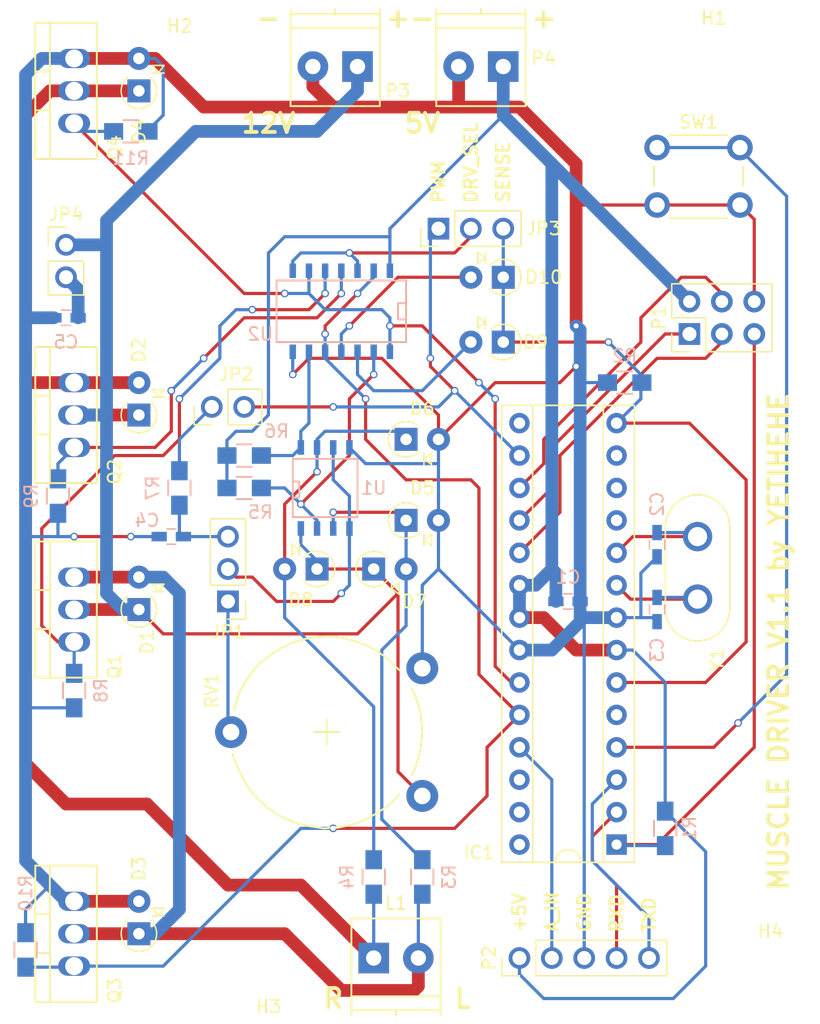
<source format=kicad_pcb>
(kicad_pcb (version 4) (host pcbnew 4.0.1-stable)

  (general
    (links 109)
    (no_connects 0)
    (area 171.1 49.725 242.620001 134.275)
    (thickness 1.6)
    (drawings 21)
    (tracks 399)
    (zones 0)
    (modules 49)
    (nets 42)
  )

  (page A4)
  (layers
    (0 F.Cu signal)
    (31 B.Cu signal)
    (32 B.Adhes user hide)
    (33 F.Adhes user hide)
    (34 B.Paste user hide)
    (35 F.Paste user hide)
    (36 B.SilkS user)
    (37 F.SilkS user)
    (38 B.Mask user hide)
    (39 F.Mask user hide)
    (40 Dwgs.User user hide)
    (41 Cmts.User user hide)
    (42 Eco1.User user hide)
    (43 Eco2.User user hide)
    (44 Edge.Cuts user)
    (45 Margin user)
    (46 B.CrtYd user)
    (47 F.CrtYd user)
    (48 B.Fab user hide)
    (49 F.Fab user hide)
  )

  (setup
    (last_trace_width 0.25)
    (user_trace_width 0.25)
    (user_trace_width 1)
    (trace_clearance 0.2)
    (zone_clearance 0.508)
    (zone_45_only no)
    (trace_min 0.2)
    (segment_width 0.2)
    (edge_width 0.15)
    (via_size 0.6)
    (via_drill 0.4)
    (via_min_size 0.4)
    (via_min_drill 0.3)
    (uvia_size 0.3)
    (uvia_drill 0.1)
    (uvias_allowed no)
    (uvia_min_size 0.2)
    (uvia_min_drill 0.1)
    (pcb_text_width 0.3)
    (pcb_text_size 1.5 1.5)
    (mod_edge_width 0.15)
    (mod_text_size 1 1)
    (mod_text_width 0.15)
    (pad_size 1.7 1.7)
    (pad_drill 1.1)
    (pad_to_mask_clearance 0.1)
    (aux_axis_origin 0 0)
    (visible_elements 7FFEFFFF)
    (pcbplotparams
      (layerselection 0x020f0_80000001)
      (usegerberextensions false)
      (excludeedgelayer true)
      (linewidth 0.100000)
      (plotframeref false)
      (viasonmask false)
      (mode 1)
      (useauxorigin false)
      (hpglpennumber 1)
      (hpglpenspeed 20)
      (hpglpendiameter 15)
      (hpglpenoverlay 2)
      (psnegative false)
      (psa4output false)
      (plotreference true)
      (plotvalue true)
      (plotinvisibletext false)
      (padsonsilk false)
      (subtractmaskfromsilk false)
      (outputformat 1)
      (mirror false)
      (drillshape 0)
      (scaleselection 1)
      (outputdirectory gerber/))
  )

  (net 0 "")
  (net 1 GND)
  (net 2 +5V)
  (net 3 "Net-(C2-Pad1)")
  (net 4 "Net-(C3-Pad1)")
  (net 5 +12V)
  (net 6 "Net-(D1-Pad2)")
  (net 7 "Net-(D2-Pad2)")
  (net 8 "Net-(D5-Pad1)")
  (net 9 "Net-(D6-Pad1)")
  (net 10 /SENSE)
  (net 11 /RESET)
  (net 12 "Net-(IC1-Pad15)")
  (net 13 /RXD)
  (net 14 /PWM)
  (net 15 /TXD)
  (net 16 /MOSI)
  (net 17 "Net-(IC1-Pad4)")
  (net 18 /MISO)
  (net 19 "Net-(IC1-Pad5)")
  (net 20 /SCK)
  (net 21 /EN_LEFT)
  (net 22 /EN_RIGHT)
  (net 23 "Net-(IC1-Pad11)")
  (net 24 /ANALOG_IN)
  (net 25 "Net-(IC1-Pad12)")
  (net 26 "Net-(IC1-Pad26)")
  (net 27 "Net-(IC1-Pad13)")
  (net 28 "Net-(IC1-Pad27)")
  (net 29 "Net-(IC1-Pad28)")
  (net 30 "Net-(Q1-Pad1)")
  (net 31 "Net-(Q2-Pad1)")
  (net 32 "Net-(R5-Pad1)")
  (net 33 "Net-(R6-Pad1)")
  (net 34 "Net-(D9-Pad2)")
  (net 35 "Net-(D10-Pad2)")
  (net 36 "Net-(JP1-Pad1)")
  (net 37 /V_REF)
  (net 38 /PWM_DRV)
  (net 39 "Net-(C4-Pad1)")
  (net 40 "Net-(C5-Pad2)")
  (net 41 "Net-(JP2-Pad1)")

  (net_class Default "To jest domyślna klasa połączeń."
    (clearance 0.2)
    (trace_width 0.25)
    (via_dia 0.6)
    (via_drill 0.4)
    (uvia_dia 0.3)
    (uvia_drill 0.1)
    (add_net /ANALOG_IN)
    (add_net /EN_LEFT)
    (add_net /EN_RIGHT)
    (add_net /MISO)
    (add_net /MOSI)
    (add_net /PWM)
    (add_net /PWM_DRV)
    (add_net /RESET)
    (add_net /RXD)
    (add_net /SCK)
    (add_net /SENSE)
    (add_net /TXD)
    (add_net /V_REF)
    (add_net GND)
    (add_net "Net-(C2-Pad1)")
    (add_net "Net-(C3-Pad1)")
    (add_net "Net-(C4-Pad1)")
    (add_net "Net-(C5-Pad2)")
    (add_net "Net-(D10-Pad2)")
    (add_net "Net-(D5-Pad1)")
    (add_net "Net-(D6-Pad1)")
    (add_net "Net-(D9-Pad2)")
    (add_net "Net-(IC1-Pad11)")
    (add_net "Net-(IC1-Pad12)")
    (add_net "Net-(IC1-Pad13)")
    (add_net "Net-(IC1-Pad15)")
    (add_net "Net-(IC1-Pad26)")
    (add_net "Net-(IC1-Pad27)")
    (add_net "Net-(IC1-Pad28)")
    (add_net "Net-(IC1-Pad4)")
    (add_net "Net-(IC1-Pad5)")
    (add_net "Net-(JP1-Pad1)")
    (add_net "Net-(JP2-Pad1)")
    (add_net "Net-(Q1-Pad1)")
    (add_net "Net-(Q2-Pad1)")
    (add_net "Net-(R5-Pad1)")
    (add_net "Net-(R6-Pad1)")
  )

  (net_class power ""
    (clearance 0.5)
    (trace_width 1)
    (via_dia 1.5)
    (via_drill 1)
    (uvia_dia 0.5)
    (uvia_drill 0.25)
    (add_net +12V)
    (add_net +5V)
    (add_net "Net-(D1-Pad2)")
    (add_net "Net-(D2-Pad2)")
  )

  (module SMD_Packages:SOIC-8-N (layer B.Cu) (tedit 5898C15B) (tstamp 5890DE82)
    (at 198.12 90.17)
    (descr "Module Narrow CMS SOJ 8 pins large")
    (tags "CMS SOJ")
    (path /5887B0A2)
    (attr smd)
    (fp_text reference U1 (at 3.81 0) (layer B.SilkS)
      (effects (font (size 1 1) (thickness 0.15)) (justify mirror))
    )
    (fp_text value LM393 (at 0 -1.27) (layer B.Fab)
      (effects (font (size 1 1) (thickness 0.15)) (justify mirror))
    )
    (fp_line (start -2.54 2.286) (end 2.54 2.286) (layer B.SilkS) (width 0.15))
    (fp_line (start 2.54 2.286) (end 2.54 -2.286) (layer B.SilkS) (width 0.15))
    (fp_line (start 2.54 -2.286) (end -2.54 -2.286) (layer B.SilkS) (width 0.15))
    (fp_line (start -2.54 -2.286) (end -2.54 2.286) (layer B.SilkS) (width 0.15))
    (fp_line (start -2.54 0.762) (end -2.032 0.762) (layer B.SilkS) (width 0.15))
    (fp_line (start -2.032 0.762) (end -2.032 -0.508) (layer B.SilkS) (width 0.15))
    (fp_line (start -2.032 -0.508) (end -2.54 -0.508) (layer B.SilkS) (width 0.15))
    (pad 8 smd rect (at -1.905 3.175) (size 0.508 1.143) (layers B.Cu B.Paste B.Mask)
      (net 5 +12V))
    (pad 7 smd rect (at -0.635 3.175) (size 0.508 1.143) (layers B.Cu B.Paste B.Mask)
      (net 32 "Net-(R5-Pad1)"))
    (pad 6 smd rect (at 0.635 3.175) (size 0.508 1.143) (layers B.Cu B.Paste B.Mask)
      (net 8 "Net-(D5-Pad1)"))
    (pad 5 smd rect (at 1.905 3.175) (size 0.508 1.143) (layers B.Cu B.Paste B.Mask)
      (net 37 /V_REF))
    (pad 4 smd rect (at 1.905 -3.175) (size 0.508 1.143) (layers B.Cu B.Paste B.Mask)
      (net 1 GND))
    (pad 3 smd rect (at 0.635 -3.175) (size 0.508 1.143) (layers B.Cu B.Paste B.Mask)
      (net 37 /V_REF))
    (pad 2 smd rect (at -0.635 -3.175) (size 0.508 1.143) (layers B.Cu B.Paste B.Mask)
      (net 9 "Net-(D6-Pad1)"))
    (pad 1 smd rect (at -1.905 -3.175) (size 0.508 1.143) (layers B.Cu B.Paste B.Mask)
      (net 33 "Net-(R6-Pad1)"))
    (model SMD_Packages.3dshapes/SOIC-8-N.wrl
      (at (xyz 0 0 0))
      (scale (xyz 0.5 0.38 0.5))
      (rotate (xyz 0 0 0))
    )
  )

  (module Capacitors_SMD:C_0603_HandSoldering (layer B.Cu) (tedit 541A9B4D) (tstamp 5890DDB4)
    (at 217.17 99.06 180)
    (descr "Capacitor SMD 0603, hand soldering")
    (tags "capacitor 0603")
    (path /58910DDC)
    (attr smd)
    (fp_text reference C1 (at 0 1.9 180) (layer B.SilkS)
      (effects (font (size 1 1) (thickness 0.15)) (justify mirror))
    )
    (fp_text value 100nF (at 0 -1.9 180) (layer B.Fab)
      (effects (font (size 1 1) (thickness 0.15)) (justify mirror))
    )
    (fp_line (start -0.8 -0.4) (end -0.8 0.4) (layer B.Fab) (width 0.1))
    (fp_line (start 0.8 -0.4) (end -0.8 -0.4) (layer B.Fab) (width 0.1))
    (fp_line (start 0.8 0.4) (end 0.8 -0.4) (layer B.Fab) (width 0.1))
    (fp_line (start -0.8 0.4) (end 0.8 0.4) (layer B.Fab) (width 0.1))
    (fp_line (start -1.85 0.75) (end 1.85 0.75) (layer B.CrtYd) (width 0.05))
    (fp_line (start -1.85 -0.75) (end 1.85 -0.75) (layer B.CrtYd) (width 0.05))
    (fp_line (start -1.85 0.75) (end -1.85 -0.75) (layer B.CrtYd) (width 0.05))
    (fp_line (start 1.85 0.75) (end 1.85 -0.75) (layer B.CrtYd) (width 0.05))
    (fp_line (start -0.35 0.6) (end 0.35 0.6) (layer B.SilkS) (width 0.12))
    (fp_line (start 0.35 -0.6) (end -0.35 -0.6) (layer B.SilkS) (width 0.12))
    (pad 1 smd rect (at -0.95 0 180) (size 1.2 0.75) (layers B.Cu B.Paste B.Mask)
      (net 1 GND))
    (pad 2 smd rect (at 0.95 0 180) (size 1.2 0.75) (layers B.Cu B.Paste B.Mask)
      (net 2 +5V))
    (model Capacitors_SMD.3dshapes/C_0603_HandSoldering.wrl
      (at (xyz 0 0 0))
      (scale (xyz 1 1 1))
      (rotate (xyz 0 0 0))
    )
  )

  (module Capacitors_SMD:C_0603_HandSoldering (layer B.Cu) (tedit 5898C196) (tstamp 5890DDBA)
    (at 224.155 94.615 270)
    (descr "Capacitor SMD 0603, hand soldering")
    (tags "capacitor 0603")
    (path /58918437)
    (attr smd)
    (fp_text reference C2 (at -3.175 0 270) (layer B.SilkS)
      (effects (font (size 1 1) (thickness 0.15)) (justify mirror))
    )
    (fp_text value 22pF (at 2.794 1.778 270) (layer B.Fab)
      (effects (font (size 1 1) (thickness 0.15)) (justify mirror))
    )
    (fp_line (start -0.8 -0.4) (end -0.8 0.4) (layer B.Fab) (width 0.1))
    (fp_line (start 0.8 -0.4) (end -0.8 -0.4) (layer B.Fab) (width 0.1))
    (fp_line (start 0.8 0.4) (end 0.8 -0.4) (layer B.Fab) (width 0.1))
    (fp_line (start -0.8 0.4) (end 0.8 0.4) (layer B.Fab) (width 0.1))
    (fp_line (start -1.85 0.75) (end 1.85 0.75) (layer B.CrtYd) (width 0.05))
    (fp_line (start -1.85 -0.75) (end 1.85 -0.75) (layer B.CrtYd) (width 0.05))
    (fp_line (start -1.85 0.75) (end -1.85 -0.75) (layer B.CrtYd) (width 0.05))
    (fp_line (start 1.85 0.75) (end 1.85 -0.75) (layer B.CrtYd) (width 0.05))
    (fp_line (start -0.35 0.6) (end 0.35 0.6) (layer B.SilkS) (width 0.12))
    (fp_line (start 0.35 -0.6) (end -0.35 -0.6) (layer B.SilkS) (width 0.12))
    (pad 1 smd rect (at -0.95 0 270) (size 1.2 0.75) (layers B.Cu B.Paste B.Mask)
      (net 3 "Net-(C2-Pad1)"))
    (pad 2 smd rect (at 0.95 0 270) (size 1.2 0.75) (layers B.Cu B.Paste B.Mask)
      (net 1 GND))
    (model Capacitors_SMD.3dshapes/C_0603_HandSoldering.wrl
      (at (xyz 0 0 0))
      (scale (xyz 1 1 1))
      (rotate (xyz 0 0 0))
    )
  )

  (module Capacitors_SMD:C_0603_HandSoldering (layer B.Cu) (tedit 5898C190) (tstamp 5890DDC0)
    (at 224.155 99.695 270)
    (descr "Capacitor SMD 0603, hand soldering")
    (tags "capacitor 0603")
    (path /5891881A)
    (attr smd)
    (fp_text reference C3 (at 3.175 0 270) (layer B.SilkS)
      (effects (font (size 1 1) (thickness 0.15)) (justify mirror))
    )
    (fp_text value 22pF (at 2.794 1.778 270) (layer B.Fab)
      (effects (font (size 1 1) (thickness 0.15)) (justify mirror))
    )
    (fp_line (start -0.8 -0.4) (end -0.8 0.4) (layer B.Fab) (width 0.1))
    (fp_line (start 0.8 -0.4) (end -0.8 -0.4) (layer B.Fab) (width 0.1))
    (fp_line (start 0.8 0.4) (end 0.8 -0.4) (layer B.Fab) (width 0.1))
    (fp_line (start -0.8 0.4) (end 0.8 0.4) (layer B.Fab) (width 0.1))
    (fp_line (start -1.85 0.75) (end 1.85 0.75) (layer B.CrtYd) (width 0.05))
    (fp_line (start -1.85 -0.75) (end 1.85 -0.75) (layer B.CrtYd) (width 0.05))
    (fp_line (start -1.85 0.75) (end -1.85 -0.75) (layer B.CrtYd) (width 0.05))
    (fp_line (start 1.85 0.75) (end 1.85 -0.75) (layer B.CrtYd) (width 0.05))
    (fp_line (start -0.35 0.6) (end 0.35 0.6) (layer B.SilkS) (width 0.12))
    (fp_line (start 0.35 -0.6) (end -0.35 -0.6) (layer B.SilkS) (width 0.12))
    (pad 1 smd rect (at -0.95 0 270) (size 1.2 0.75) (layers B.Cu B.Paste B.Mask)
      (net 4 "Net-(C3-Pad1)"))
    (pad 2 smd rect (at 0.95 0 270) (size 1.2 0.75) (layers B.Cu B.Paste B.Mask)
      (net 1 GND))
    (model Capacitors_SMD.3dshapes/C_0603_HandSoldering.wrl
      (at (xyz 0 0 0))
      (scale (xyz 1 1 1))
      (rotate (xyz 0 0 0))
    )
  )

  (module Diodes_ThroughHole:D_A-405_P2.54mm_Vertical_AnodeUp (layer F.Cu) (tedit 5898C1DD) (tstamp 5890DDC6)
    (at 183.515 99.695 90)
    (descr "D, A-405 series, Axial, Vertical, pin pitch=2.54mm, , length*diameter=5.2*2.7mm^2, , http://www.diodes.com/_files/packages/A-405.pdf")
    (tags "D A-405 series Axial Vertical pin pitch 2.54mm  length 5.2mm diameter 2.7mm")
    (path /5887BBE1)
    (fp_text reference D1 (at -2.54 0.635 90) (layer F.SilkS)
      (effects (font (size 1 1) (thickness 0.15)))
    )
    (fp_text value 1n5818 (at 1.27 3.299 90) (layer F.Fab)
      (effects (font (size 1 1) (thickness 0.15)))
    )
    (fp_arc (start 0 0) (end 1.059811 -0.9) (angle -277.5) (layer F.SilkS) (width 0.12))
    (fp_circle (center 0 0) (end 1.35 0) (layer F.Fab) (width 0.1))
    (fp_line (start 0 0) (end 2.54 0) (layer F.Fab) (width 0.1))
    (fp_line (start 1.397 1.08) (end 1.397 1.969) (layer F.SilkS) (width 0.12))
    (fp_line (start 1.397 1.5245) (end 1.989667 1.08) (layer F.SilkS) (width 0.12))
    (fp_line (start 1.989667 1.08) (end 1.989667 1.969) (layer F.SilkS) (width 0.12))
    (fp_line (start 1.989667 1.969) (end 1.397 1.5245) (layer F.SilkS) (width 0.12))
    (fp_line (start -1.7 -1.7) (end -1.7 1.7) (layer F.CrtYd) (width 0.05))
    (fp_line (start -1.7 1.7) (end 3.75 1.7) (layer F.CrtYd) (width 0.05))
    (fp_line (start 3.75 1.7) (end 3.75 -1.7) (layer F.CrtYd) (width 0.05))
    (fp_line (start 3.75 -1.7) (end -1.7 -1.7) (layer F.CrtYd) (width 0.05))
    (fp_text user K (at -2.11 0 90) (layer F.Fab)
      (effects (font (size 1 1) (thickness 0.15)))
    )
    (pad 1 thru_hole rect (at 0 0 90) (size 1.8 1.8) (drill 0.9) (layers *.Cu *.Mask)
      (net 5 +12V))
    (pad 2 thru_hole oval (at 2.54 0 90) (size 1.8 1.8) (drill 0.9) (layers *.Cu *.Mask)
      (net 6 "Net-(D1-Pad2)"))
    (model Diodes_ThroughHole.3dshapes/D_A-405_P2.54mm_Vertical_AnodeUp.wrl
      (at (xyz 0 0 0))
      (scale (xyz 0.393701 0.393701 0.393701))
      (rotate (xyz 0 0 0))
    )
  )

  (module Diodes_ThroughHole:D_A-405_P2.54mm_Vertical_AnodeUp (layer F.Cu) (tedit 5890E753) (tstamp 5890DDCC)
    (at 183.515 84.455 90)
    (descr "D, A-405 series, Axial, Vertical, pin pitch=2.54mm, , length*diameter=5.2*2.7mm^2, , http://www.diodes.com/_files/packages/A-405.pdf")
    (tags "D A-405 series Axial Vertical pin pitch 2.54mm  length 5.2mm diameter 2.7mm")
    (path /5887B759)
    (fp_text reference D2 (at 5.08 0 90) (layer F.SilkS)
      (effects (font (size 1 1) (thickness 0.15)))
    )
    (fp_text value 1n5818 (at 1.27 3.299 90) (layer F.Fab)
      (effects (font (size 1 1) (thickness 0.15)))
    )
    (fp_arc (start 0 0) (end 1.059811 -0.9) (angle -277.5) (layer F.SilkS) (width 0.12))
    (fp_circle (center 0 0) (end 1.35 0) (layer F.Fab) (width 0.1))
    (fp_line (start 0 0) (end 2.54 0) (layer F.Fab) (width 0.1))
    (fp_line (start 1.397 1.08) (end 1.397 1.969) (layer F.SilkS) (width 0.12))
    (fp_line (start 1.397 1.5245) (end 1.989667 1.08) (layer F.SilkS) (width 0.12))
    (fp_line (start 1.989667 1.08) (end 1.989667 1.969) (layer F.SilkS) (width 0.12))
    (fp_line (start 1.989667 1.969) (end 1.397 1.5245) (layer F.SilkS) (width 0.12))
    (fp_line (start -1.7 -1.7) (end -1.7 1.7) (layer F.CrtYd) (width 0.05))
    (fp_line (start -1.7 1.7) (end 3.75 1.7) (layer F.CrtYd) (width 0.05))
    (fp_line (start 3.75 1.7) (end 3.75 -1.7) (layer F.CrtYd) (width 0.05))
    (fp_line (start 3.75 -1.7) (end -1.7 -1.7) (layer F.CrtYd) (width 0.05))
    (fp_text user K (at -2.11 0 90) (layer F.Fab)
      (effects (font (size 1 1) (thickness 0.15)))
    )
    (pad 1 thru_hole rect (at 0 0 90) (size 1.8 1.8) (drill 0.9) (layers *.Cu *.Mask)
      (net 5 +12V))
    (pad 2 thru_hole oval (at 2.54 0 90) (size 1.8 1.8) (drill 0.9) (layers *.Cu *.Mask)
      (net 7 "Net-(D2-Pad2)"))
    (model Diodes_ThroughHole.3dshapes/D_A-405_P2.54mm_Vertical_AnodeUp.wrl
      (at (xyz 0 0 0))
      (scale (xyz 0.393701 0.393701 0.393701))
      (rotate (xyz 0 0 0))
    )
  )

  (module Diodes_ThroughHole:D_A-405_P2.54mm_Vertical_AnodeUp (layer F.Cu) (tedit 5890E732) (tstamp 5890DDD2)
    (at 183.515 125.095 90)
    (descr "D, A-405 series, Axial, Vertical, pin pitch=2.54mm, , length*diameter=5.2*2.7mm^2, , http://www.diodes.com/_files/packages/A-405.pdf")
    (tags "D A-405 series Axial Vertical pin pitch 2.54mm  length 5.2mm diameter 2.7mm")
    (path /5887BC2E)
    (fp_text reference D3 (at 5.08 0 90) (layer F.SilkS)
      (effects (font (size 1 1) (thickness 0.15)))
    )
    (fp_text value 1n5818 (at 1.27 3.299 90) (layer F.Fab)
      (effects (font (size 1 1) (thickness 0.15)))
    )
    (fp_arc (start 0 0) (end 1.059811 -0.9) (angle -277.5) (layer F.SilkS) (width 0.12))
    (fp_circle (center 0 0) (end 1.35 0) (layer F.Fab) (width 0.1))
    (fp_line (start 0 0) (end 2.54 0) (layer F.Fab) (width 0.1))
    (fp_line (start 1.397 1.08) (end 1.397 1.969) (layer F.SilkS) (width 0.12))
    (fp_line (start 1.397 1.5245) (end 1.989667 1.08) (layer F.SilkS) (width 0.12))
    (fp_line (start 1.989667 1.08) (end 1.989667 1.969) (layer F.SilkS) (width 0.12))
    (fp_line (start 1.989667 1.969) (end 1.397 1.5245) (layer F.SilkS) (width 0.12))
    (fp_line (start -1.7 -1.7) (end -1.7 1.7) (layer F.CrtYd) (width 0.05))
    (fp_line (start -1.7 1.7) (end 3.75 1.7) (layer F.CrtYd) (width 0.05))
    (fp_line (start 3.75 1.7) (end 3.75 -1.7) (layer F.CrtYd) (width 0.05))
    (fp_line (start 3.75 -1.7) (end -1.7 -1.7) (layer F.CrtYd) (width 0.05))
    (fp_text user K (at -2.11 0 90) (layer F.Fab)
      (effects (font (size 1 1) (thickness 0.15)))
    )
    (pad 1 thru_hole rect (at 0 0 90) (size 1.8 1.8) (drill 0.9) (layers *.Cu *.Mask)
      (net 6 "Net-(D1-Pad2)"))
    (pad 2 thru_hole oval (at 2.54 0 90) (size 1.8 1.8) (drill 0.9) (layers *.Cu *.Mask)
      (net 1 GND))
    (model Diodes_ThroughHole.3dshapes/D_A-405_P2.54mm_Vertical_AnodeUp.wrl
      (at (xyz 0 0 0))
      (scale (xyz 0.393701 0.393701 0.393701))
      (rotate (xyz 0 0 0))
    )
  )

  (module Diodes_ThroughHole:D_A-405_P2.54mm_Vertical_AnodeUp (layer F.Cu) (tedit 5890E769) (tstamp 5890DDD8)
    (at 183.515 59.055 90)
    (descr "D, A-405 series, Axial, Vertical, pin pitch=2.54mm, , length*diameter=5.2*2.7mm^2, , http://www.diodes.com/_files/packages/A-405.pdf")
    (tags "D A-405 series Axial Vertical pin pitch 2.54mm  length 5.2mm diameter 2.7mm")
    (path /5887BC86)
    (fp_text reference D4 (at -3.175 0 90) (layer F.SilkS)
      (effects (font (size 1 1) (thickness 0.15)))
    )
    (fp_text value 1n5818 (at 1.27 3.299 90) (layer F.Fab)
      (effects (font (size 1 1) (thickness 0.15)))
    )
    (fp_arc (start 0 0) (end 1.059811 -0.9) (angle -277.5) (layer F.SilkS) (width 0.12))
    (fp_circle (center 0 0) (end 1.35 0) (layer F.Fab) (width 0.1))
    (fp_line (start 0 0) (end 2.54 0) (layer F.Fab) (width 0.1))
    (fp_line (start 1.397 1.08) (end 1.397 1.969) (layer F.SilkS) (width 0.12))
    (fp_line (start 1.397 1.5245) (end 1.989667 1.08) (layer F.SilkS) (width 0.12))
    (fp_line (start 1.989667 1.08) (end 1.989667 1.969) (layer F.SilkS) (width 0.12))
    (fp_line (start 1.989667 1.969) (end 1.397 1.5245) (layer F.SilkS) (width 0.12))
    (fp_line (start -1.7 -1.7) (end -1.7 1.7) (layer F.CrtYd) (width 0.05))
    (fp_line (start -1.7 1.7) (end 3.75 1.7) (layer F.CrtYd) (width 0.05))
    (fp_line (start 3.75 1.7) (end 3.75 -1.7) (layer F.CrtYd) (width 0.05))
    (fp_line (start 3.75 -1.7) (end -1.7 -1.7) (layer F.CrtYd) (width 0.05))
    (fp_text user K (at -2.11 0 90) (layer F.Fab)
      (effects (font (size 1 1) (thickness 0.15)))
    )
    (pad 1 thru_hole rect (at 0 0 90) (size 1.8 1.8) (drill 0.9) (layers *.Cu *.Mask)
      (net 7 "Net-(D2-Pad2)"))
    (pad 2 thru_hole oval (at 2.54 0 90) (size 1.8 1.8) (drill 0.9) (layers *.Cu *.Mask)
      (net 1 GND))
    (model Diodes_ThroughHole.3dshapes/D_A-405_P2.54mm_Vertical_AnodeUp.wrl
      (at (xyz 0 0 0))
      (scale (xyz 0.393701 0.393701 0.393701))
      (rotate (xyz 0 0 0))
    )
  )

  (module Diodes_ThroughHole:D_A-405_P2.54mm_Vertical_AnodeUp (layer F.Cu) (tedit 5898C16A) (tstamp 5890DDDE)
    (at 204.47 92.71)
    (descr "D, A-405 series, Axial, Vertical, pin pitch=2.54mm, , length*diameter=5.2*2.7mm^2, , http://www.diodes.com/_files/packages/A-405.pdf")
    (tags "D A-405 series Axial Vertical pin pitch 2.54mm  length 5.2mm diameter 2.7mm")
    (path /588997D4)
    (fp_text reference D5 (at 1.27 -2.54) (layer F.SilkS)
      (effects (font (size 1 1) (thickness 0.15)))
    )
    (fp_text value 1n5818 (at 3.81 5.08) (layer F.Fab)
      (effects (font (size 1 1) (thickness 0.15)))
    )
    (fp_arc (start 0 0) (end 1.059811 -0.9) (angle -277.5) (layer F.SilkS) (width 0.12))
    (fp_circle (center 0 0) (end 1.35 0) (layer F.Fab) (width 0.1))
    (fp_line (start 0 0) (end 2.54 0) (layer F.Fab) (width 0.1))
    (fp_line (start 1.397 1.08) (end 1.397 1.969) (layer F.SilkS) (width 0.12))
    (fp_line (start 1.397 1.5245) (end 1.989667 1.08) (layer F.SilkS) (width 0.12))
    (fp_line (start 1.989667 1.08) (end 1.989667 1.969) (layer F.SilkS) (width 0.12))
    (fp_line (start 1.989667 1.969) (end 1.397 1.5245) (layer F.SilkS) (width 0.12))
    (fp_line (start -1.7 -1.7) (end -1.7 1.7) (layer F.CrtYd) (width 0.05))
    (fp_line (start -1.7 1.7) (end 3.75 1.7) (layer F.CrtYd) (width 0.05))
    (fp_line (start 3.75 1.7) (end 3.75 -1.7) (layer F.CrtYd) (width 0.05))
    (fp_line (start 3.75 -1.7) (end -1.7 -1.7) (layer F.CrtYd) (width 0.05))
    (fp_text user K (at -2.11 0) (layer F.Fab)
      (effects (font (size 1 1) (thickness 0.15)))
    )
    (pad 1 thru_hole rect (at 0 0) (size 1.8 1.8) (drill 0.9) (layers *.Cu *.Mask)
      (net 8 "Net-(D5-Pad1)"))
    (pad 2 thru_hole oval (at 2.54 0) (size 1.8 1.8) (drill 0.9) (layers *.Cu *.Mask)
      (net 1 GND))
    (model Diodes_ThroughHole.3dshapes/D_A-405_P2.54mm_Vertical_AnodeUp.wrl
      (at (xyz 0 0 0))
      (scale (xyz 0.393701 0.393701 0.393701))
      (rotate (xyz 0 0 0))
    )
  )

  (module Diodes_ThroughHole:D_A-405_P2.54mm_Vertical_AnodeUp (layer F.Cu) (tedit 58923A6A) (tstamp 5890DDE4)
    (at 204.47 86.36)
    (descr "D, A-405 series, Axial, Vertical, pin pitch=2.54mm, , length*diameter=5.2*2.7mm^2, , http://www.diodes.com/_files/packages/A-405.pdf")
    (tags "D A-405 series Axial Vertical pin pitch 2.54mm  length 5.2mm diameter 2.7mm")
    (path /5889976A)
    (fp_text reference D6 (at 1.27 -2.41) (layer F.SilkS)
      (effects (font (size 1 1) (thickness 0.15)))
    )
    (fp_text value 1n5818 (at 5.08 3.81) (layer F.Fab)
      (effects (font (size 1 1) (thickness 0.15)))
    )
    (fp_arc (start 0 0) (end 1.059811 -0.9) (angle -277.5) (layer F.SilkS) (width 0.12))
    (fp_circle (center 0 0) (end 1.35 0) (layer F.Fab) (width 0.1))
    (fp_line (start 0 0) (end 2.54 0) (layer F.Fab) (width 0.1))
    (fp_line (start 1.397 1.08) (end 1.397 1.969) (layer F.SilkS) (width 0.12))
    (fp_line (start 1.397 1.5245) (end 1.989667 1.08) (layer F.SilkS) (width 0.12))
    (fp_line (start 1.989667 1.08) (end 1.989667 1.969) (layer F.SilkS) (width 0.12))
    (fp_line (start 1.989667 1.969) (end 1.397 1.5245) (layer F.SilkS) (width 0.12))
    (fp_line (start -1.7 -1.7) (end -1.7 1.7) (layer F.CrtYd) (width 0.05))
    (fp_line (start -1.7 1.7) (end 3.75 1.7) (layer F.CrtYd) (width 0.05))
    (fp_line (start 3.75 1.7) (end 3.75 -1.7) (layer F.CrtYd) (width 0.05))
    (fp_line (start 3.75 -1.7) (end -1.7 -1.7) (layer F.CrtYd) (width 0.05))
    (fp_text user K (at -2.11 0) (layer F.Fab)
      (effects (font (size 1 1) (thickness 0.15)))
    )
    (pad 1 thru_hole rect (at 0 0) (size 1.8 1.8) (drill 0.9) (layers *.Cu *.Mask)
      (net 9 "Net-(D6-Pad1)"))
    (pad 2 thru_hole oval (at 2.54 0) (size 1.8 1.8) (drill 0.9) (layers *.Cu *.Mask)
      (net 1 GND))
    (model Diodes_ThroughHole.3dshapes/D_A-405_P2.54mm_Vertical_AnodeUp.wrl
      (at (xyz 0 0 0))
      (scale (xyz 0.393701 0.393701 0.393701))
      (rotate (xyz 0 0 0))
    )
  )

  (module Diodes_ThroughHole:D_A-405_P2.54mm_Vertical_AnodeUp (layer F.Cu) (tedit 5898C172) (tstamp 5890DDEA)
    (at 201.93 96.52)
    (descr "D, A-405 series, Axial, Vertical, pin pitch=2.54mm, , length*diameter=5.2*2.7mm^2, , http://www.diodes.com/_files/packages/A-405.pdf")
    (tags "D A-405 series Axial Vertical pin pitch 2.54mm  length 5.2mm diameter 2.7mm")
    (path /5892D169)
    (fp_text reference D7 (at 3.175 2.54) (layer F.SilkS)
      (effects (font (size 1 1) (thickness 0.15)))
    )
    (fp_text value 1n5818 (at 1.27 3.299) (layer F.Fab)
      (effects (font (size 1 1) (thickness 0.15)))
    )
    (fp_arc (start 0 0) (end 1.059811 -0.9) (angle -277.5) (layer F.SilkS) (width 0.12))
    (fp_circle (center 0 0) (end 1.35 0) (layer F.Fab) (width 0.1))
    (fp_line (start 0 0) (end 2.54 0) (layer F.Fab) (width 0.1))
    (fp_line (start 1.397 1.08) (end 1.397 1.969) (layer F.SilkS) (width 0.12))
    (fp_line (start 1.397 1.5245) (end 1.989667 1.08) (layer F.SilkS) (width 0.12))
    (fp_line (start 1.989667 1.08) (end 1.989667 1.969) (layer F.SilkS) (width 0.12))
    (fp_line (start 1.989667 1.969) (end 1.397 1.5245) (layer F.SilkS) (width 0.12))
    (fp_line (start -1.7 -1.7) (end -1.7 1.7) (layer F.CrtYd) (width 0.05))
    (fp_line (start -1.7 1.7) (end 3.75 1.7) (layer F.CrtYd) (width 0.05))
    (fp_line (start 3.75 1.7) (end 3.75 -1.7) (layer F.CrtYd) (width 0.05))
    (fp_line (start 3.75 -1.7) (end -1.7 -1.7) (layer F.CrtYd) (width 0.05))
    (fp_text user K (at -2.11 0) (layer F.Fab)
      (effects (font (size 1 1) (thickness 0.15)))
    )
    (pad 1 thru_hole rect (at 0 0) (size 1.8 1.8) (drill 0.9) (layers *.Cu *.Mask)
      (net 5 +12V))
    (pad 2 thru_hole oval (at 2.54 0) (size 1.8 1.8) (drill 0.9) (layers *.Cu *.Mask)
      (net 8 "Net-(D5-Pad1)"))
    (model Diodes_ThroughHole.3dshapes/D_A-405_P2.54mm_Vertical_AnodeUp.wrl
      (at (xyz 0 0 0))
      (scale (xyz 0.393701 0.393701 0.393701))
      (rotate (xyz 0 0 0))
    )
  )

  (module Diodes_ThroughHole:D_A-405_P2.54mm_Vertical_AnodeUp (layer F.Cu) (tedit 58923A61) (tstamp 5890DDF0)
    (at 197.485 96.52 180)
    (descr "D, A-405 series, Axial, Vertical, pin pitch=2.54mm, , length*diameter=5.2*2.7mm^2, , http://www.diodes.com/_files/packages/A-405.pdf")
    (tags "D A-405 series Axial Vertical pin pitch 2.54mm  length 5.2mm diameter 2.7mm")
    (path /5892DF66)
    (fp_text reference D8 (at 1.27 -2.41 180) (layer F.SilkS)
      (effects (font (size 1 1) (thickness 0.15)))
    )
    (fp_text value 1n5818 (at 5.08 -2.54 180) (layer F.Fab)
      (effects (font (size 1 1) (thickness 0.15)))
    )
    (fp_arc (start 0 0) (end 1.059811 -0.9) (angle -277.5) (layer F.SilkS) (width 0.12))
    (fp_circle (center 0 0) (end 1.35 0) (layer F.Fab) (width 0.1))
    (fp_line (start 0 0) (end 2.54 0) (layer F.Fab) (width 0.1))
    (fp_line (start 1.397 1.08) (end 1.397 1.969) (layer F.SilkS) (width 0.12))
    (fp_line (start 1.397 1.5245) (end 1.989667 1.08) (layer F.SilkS) (width 0.12))
    (fp_line (start 1.989667 1.08) (end 1.989667 1.969) (layer F.SilkS) (width 0.12))
    (fp_line (start 1.989667 1.969) (end 1.397 1.5245) (layer F.SilkS) (width 0.12))
    (fp_line (start -1.7 -1.7) (end -1.7 1.7) (layer F.CrtYd) (width 0.05))
    (fp_line (start -1.7 1.7) (end 3.75 1.7) (layer F.CrtYd) (width 0.05))
    (fp_line (start 3.75 1.7) (end 3.75 -1.7) (layer F.CrtYd) (width 0.05))
    (fp_line (start 3.75 -1.7) (end -1.7 -1.7) (layer F.CrtYd) (width 0.05))
    (fp_text user K (at -2.11 0 180) (layer F.Fab)
      (effects (font (size 1 1) (thickness 0.15)))
    )
    (pad 1 thru_hole rect (at 0 0 180) (size 1.8 1.8) (drill 0.9) (layers *.Cu *.Mask)
      (net 5 +12V))
    (pad 2 thru_hole oval (at 2.54 0 180) (size 1.8 1.8) (drill 0.9) (layers *.Cu *.Mask)
      (net 9 "Net-(D6-Pad1)"))
    (model Diodes_ThroughHole.3dshapes/D_A-405_P2.54mm_Vertical_AnodeUp.wrl
      (at (xyz 0 0 0))
      (scale (xyz 0.393701 0.393701 0.393701))
      (rotate (xyz 0 0 0))
    )
  )

  (module Pin_Headers:Pin_Header_Straight_2x03_Pitch2.54mm (layer F.Cu) (tedit 589B5ED7) (tstamp 5890DE20)
    (at 226.695 78.105 90)
    (descr "Through hole straight pin header, 2x03, 2.54mm pitch, double rows")
    (tags "Through hole pin header THT 2x03 2.54mm double row")
    (path /588A3FC4)
    (fp_text reference P1 (at 1.27 -2.39 90) (layer F.SilkS)
      (effects (font (size 1 1) (thickness 0.15)))
    )
    (fp_text value CONN_02X03 (at 1.27 7.47 90) (layer F.Fab)
      (effects (font (size 1 1) (thickness 0.15)))
    )
    (fp_line (start -1.27 -1.27) (end -1.27 6.35) (layer F.Fab) (width 0.1))
    (fp_line (start -1.27 6.35) (end 3.81 6.35) (layer F.Fab) (width 0.1))
    (fp_line (start 3.81 6.35) (end 3.81 -1.27) (layer F.Fab) (width 0.1))
    (fp_line (start 3.81 -1.27) (end -1.27 -1.27) (layer F.Fab) (width 0.1))
    (fp_line (start -1.39 1.27) (end -1.39 6.47) (layer F.SilkS) (width 0.12))
    (fp_line (start -1.39 6.47) (end 3.93 6.47) (layer F.SilkS) (width 0.12))
    (fp_line (start 3.93 6.47) (end 3.93 -1.39) (layer F.SilkS) (width 0.12))
    (fp_line (start 3.93 -1.39) (end 1.27 -1.39) (layer F.SilkS) (width 0.12))
    (fp_line (start 1.27 -1.39) (end 1.27 1.27) (layer F.SilkS) (width 0.12))
    (fp_line (start 1.27 1.27) (end -1.39 1.27) (layer F.SilkS) (width 0.12))
    (fp_line (start -1.39 0) (end -1.39 -1.39) (layer F.SilkS) (width 0.12))
    (fp_line (start -1.39 -1.39) (end 0 -1.39) (layer F.SilkS) (width 0.12))
    (fp_line (start -1.6 -1.6) (end -1.6 6.6) (layer F.CrtYd) (width 0.05))
    (fp_line (start -1.6 6.6) (end 4.1 6.6) (layer F.CrtYd) (width 0.05))
    (fp_line (start 4.1 6.6) (end 4.1 -1.6) (layer F.CrtYd) (width 0.05))
    (fp_line (start 4.1 -1.6) (end -1.6 -1.6) (layer F.CrtYd) (width 0.05))
    (pad 1 thru_hole rect (at 0 0 90) (size 1.7 1.7) (drill 1.1) (layers *.Cu *.Mask)
      (net 18 /MISO))
    (pad 2 thru_hole oval (at 2.54 0 90) (size 1.7 1.7) (drill 1) (layers *.Cu *.Mask)
      (net 2 +5V))
    (pad 3 thru_hole oval (at 0 2.54 90) (size 1.7 1.7) (drill 1) (layers *.Cu *.Mask)
      (net 20 /SCK))
    (pad 4 thru_hole oval (at 2.54 2.54 90) (size 1.7 1.7) (drill 1) (layers *.Cu *.Mask)
      (net 16 /MOSI))
    (pad 5 thru_hole oval (at 0 5.08 90) (size 1.7 1.7) (drill 1) (layers *.Cu *.Mask)
      (net 11 /RESET))
    (pad 6 thru_hole oval (at 2.54 5.08 90) (size 1.7 1.7) (drill 1) (layers *.Cu *.Mask)
      (net 1 GND))
    (model Pin_Headers.3dshapes/Pin_Header_Straight_2x03_Pitch2.54mm.wrl
      (at (xyz 0.05 -0.1 0))
      (scale (xyz 1 1 1))
      (rotate (xyz 0 0 90))
    )
  )

  (module TO_SOT_Packages_THT:TO-220_Neutral123_Vertical (layer F.Cu) (tedit 589B5D96) (tstamp 5890DE30)
    (at 178.435 99.695 90)
    (descr "TO-220, Neutral, Vertical,")
    (tags "TO-220, Neutral, Vertical,")
    (path /5887CA50)
    (fp_text reference Q1 (at -4.445 3.175 90) (layer F.SilkS)
      (effects (font (size 1 1) (thickness 0.15)))
    )
    (fp_text value IRLZ24n (at -8.255 0 90) (layer F.Fab)
      (effects (font (size 1 1) (thickness 0.15)))
    )
    (fp_line (start -1.524 -3.048) (end -1.524 -1.905) (layer F.SilkS) (width 0.15))
    (fp_line (start 1.524 -3.048) (end 1.524 -1.905) (layer F.SilkS) (width 0.15))
    (fp_line (start 5.334 -1.905) (end 5.334 1.778) (layer F.SilkS) (width 0.15))
    (fp_line (start 5.334 1.778) (end -5.334 1.778) (layer F.SilkS) (width 0.15))
    (fp_line (start -5.334 1.778) (end -5.334 -1.905) (layer F.SilkS) (width 0.15))
    (fp_line (start 5.334 -3.048) (end 5.334 -1.905) (layer F.SilkS) (width 0.15))
    (fp_line (start 5.334 -1.905) (end -5.334 -1.905) (layer F.SilkS) (width 0.15))
    (fp_line (start -5.334 -1.905) (end -5.334 -3.048) (layer F.SilkS) (width 0.15))
    (fp_line (start 0 -3.048) (end -5.334 -3.048) (layer F.SilkS) (width 0.15))
    (fp_line (start 0 -3.048) (end 5.334 -3.048) (layer F.SilkS) (width 0.15))
    (pad 2 thru_hole oval (at 0 0 180) (size 2.49936 1.50114) (drill 1.4) (layers *.Cu *.Mask)
      (net 5 +12V))
    (pad 1 thru_hole oval (at -2.54 0 180) (size 2.49936 1.50114) (drill 1.4) (layers *.Cu *.Mask)
      (net 30 "Net-(Q1-Pad1)"))
    (pad 3 thru_hole oval (at 2.54 0 180) (size 2.49936 1.50114) (drill 1.4) (layers *.Cu *.Mask)
      (net 6 "Net-(D1-Pad2)"))
    (model TO_SOT_Packages_THT.3dshapes/TO-220_Neutral123_Vertical.wrl
      (at (xyz 0 0 0))
      (scale (xyz 0.3937 0.3937 0.3937))
      (rotate (xyz 0 0 0))
    )
  )

  (module TO_SOT_Packages_THT:TO-220_Neutral123_Vertical (layer F.Cu) (tedit 589B5DB0) (tstamp 5890DE37)
    (at 178.435 84.455 90)
    (descr "TO-220, Neutral, Vertical,")
    (tags "TO-220, Neutral, Vertical,")
    (path /5887C9DD)
    (fp_text reference Q2 (at -4.445 3.175 90) (layer F.SilkS)
      (effects (font (size 1 1) (thickness 0.15)))
    )
    (fp_text value IRLZ24n (at 8.255 0 90) (layer F.Fab)
      (effects (font (size 1 1) (thickness 0.15)))
    )
    (fp_line (start -1.524 -3.048) (end -1.524 -1.905) (layer F.SilkS) (width 0.15))
    (fp_line (start 1.524 -3.048) (end 1.524 -1.905) (layer F.SilkS) (width 0.15))
    (fp_line (start 5.334 -1.905) (end 5.334 1.778) (layer F.SilkS) (width 0.15))
    (fp_line (start 5.334 1.778) (end -5.334 1.778) (layer F.SilkS) (width 0.15))
    (fp_line (start -5.334 1.778) (end -5.334 -1.905) (layer F.SilkS) (width 0.15))
    (fp_line (start 5.334 -3.048) (end 5.334 -1.905) (layer F.SilkS) (width 0.15))
    (fp_line (start 5.334 -1.905) (end -5.334 -1.905) (layer F.SilkS) (width 0.15))
    (fp_line (start -5.334 -1.905) (end -5.334 -3.048) (layer F.SilkS) (width 0.15))
    (fp_line (start 0 -3.048) (end -5.334 -3.048) (layer F.SilkS) (width 0.15))
    (fp_line (start 0 -3.048) (end 5.334 -3.048) (layer F.SilkS) (width 0.15))
    (pad 2 thru_hole oval (at 0 0 180) (size 2.49936 1.50114) (drill 1.4) (layers *.Cu *.Mask)
      (net 5 +12V))
    (pad 1 thru_hole oval (at -2.54 0 180) (size 2.49936 1.50114) (drill 1.4) (layers *.Cu *.Mask)
      (net 31 "Net-(Q2-Pad1)"))
    (pad 3 thru_hole oval (at 2.54 0 180) (size 2.49936 1.50114) (drill 1.4) (layers *.Cu *.Mask)
      (net 7 "Net-(D2-Pad2)"))
    (model TO_SOT_Packages_THT.3dshapes/TO-220_Neutral123_Vertical.wrl
      (at (xyz 0 0 0))
      (scale (xyz 0.3937 0.3937 0.3937))
      (rotate (xyz 0 0 0))
    )
  )

  (module TO_SOT_Packages_THT:TO-220_Neutral123_Vertical (layer F.Cu) (tedit 589B5CCC) (tstamp 5890DE3E)
    (at 178.435 125.095 90)
    (descr "TO-220, Neutral, Vertical,")
    (tags "TO-220, Neutral, Vertical,")
    (path /5887CABB)
    (fp_text reference Q3 (at -4.445 3.175 90) (layer F.SilkS)
      (effects (font (size 1 1) (thickness 0.15)))
    )
    (fp_text value IRLZ24n (at 6.985 0 90) (layer F.Fab)
      (effects (font (size 1 1) (thickness 0.15)))
    )
    (fp_line (start -1.524 -3.048) (end -1.524 -1.905) (layer F.SilkS) (width 0.15))
    (fp_line (start 1.524 -3.048) (end 1.524 -1.905) (layer F.SilkS) (width 0.15))
    (fp_line (start 5.334 -1.905) (end 5.334 1.778) (layer F.SilkS) (width 0.15))
    (fp_line (start 5.334 1.778) (end -5.334 1.778) (layer F.SilkS) (width 0.15))
    (fp_line (start -5.334 1.778) (end -5.334 -1.905) (layer F.SilkS) (width 0.15))
    (fp_line (start 5.334 -3.048) (end 5.334 -1.905) (layer F.SilkS) (width 0.15))
    (fp_line (start 5.334 -1.905) (end -5.334 -1.905) (layer F.SilkS) (width 0.15))
    (fp_line (start -5.334 -1.905) (end -5.334 -3.048) (layer F.SilkS) (width 0.15))
    (fp_line (start 0 -3.048) (end -5.334 -3.048) (layer F.SilkS) (width 0.15))
    (fp_line (start 0 -3.048) (end 5.334 -3.048) (layer F.SilkS) (width 0.15))
    (pad 2 thru_hole oval (at 0 0 180) (size 2.49936 1.50114) (drill 1.4) (layers *.Cu *.Mask)
      (net 6 "Net-(D1-Pad2)"))
    (pad 1 thru_hole oval (at -2.54 0 180) (size 2.49936 1.50114) (drill 1.4) (layers *.Cu *.Mask)
      (net 22 /EN_RIGHT))
    (pad 3 thru_hole oval (at 2.54 0 180) (size 2.49936 1.50114) (drill 1.40076) (layers *.Cu *.Mask)
      (net 1 GND))
    (model TO_SOT_Packages_THT.3dshapes/TO-220_Neutral123_Vertical.wrl
      (at (xyz 0 0 0))
      (scale (xyz 0.3937 0.3937 0.3937))
      (rotate (xyz 0 0 0))
    )
  )

  (module TO_SOT_Packages_THT:TO-220_Neutral123_Vertical (layer F.Cu) (tedit 589B5DC3) (tstamp 5890DE45)
    (at 178.435 59.055 90)
    (descr "TO-220, Neutral, Vertical,")
    (tags "TO-220, Neutral, Vertical,")
    (path /5887B52A)
    (fp_text reference Q4 (at -4.445 3.175 90) (layer F.SilkS)
      (effects (font (size 1 1) (thickness 0.15)))
    )
    (fp_text value IRLZ24n (at -8.89 -0.635 90) (layer F.Fab)
      (effects (font (size 1 1) (thickness 0.15)))
    )
    (fp_line (start -1.524 -3.048) (end -1.524 -1.905) (layer F.SilkS) (width 0.15))
    (fp_line (start 1.524 -3.048) (end 1.524 -1.905) (layer F.SilkS) (width 0.15))
    (fp_line (start 5.334 -1.905) (end 5.334 1.778) (layer F.SilkS) (width 0.15))
    (fp_line (start 5.334 1.778) (end -5.334 1.778) (layer F.SilkS) (width 0.15))
    (fp_line (start -5.334 1.778) (end -5.334 -1.905) (layer F.SilkS) (width 0.15))
    (fp_line (start 5.334 -3.048) (end 5.334 -1.905) (layer F.SilkS) (width 0.15))
    (fp_line (start 5.334 -1.905) (end -5.334 -1.905) (layer F.SilkS) (width 0.15))
    (fp_line (start -5.334 -1.905) (end -5.334 -3.048) (layer F.SilkS) (width 0.15))
    (fp_line (start 0 -3.048) (end -5.334 -3.048) (layer F.SilkS) (width 0.15))
    (fp_line (start 0 -3.048) (end 5.334 -3.048) (layer F.SilkS) (width 0.15))
    (pad 2 thru_hole oval (at 0 0 180) (size 2.49936 1.50114) (drill 1.4) (layers *.Cu *.Mask)
      (net 7 "Net-(D2-Pad2)"))
    (pad 1 thru_hole oval (at -2.54 0 180) (size 2.49936 1.50114) (drill 1.4) (layers *.Cu *.Mask)
      (net 21 /EN_LEFT))
    (pad 3 thru_hole oval (at 2.54 0 180) (size 2.49936 1.50114) (drill 1.4) (layers *.Cu *.Mask)
      (net 1 GND))
    (model TO_SOT_Packages_THT.3dshapes/TO-220_Neutral123_Vertical.wrl
      (at (xyz 0 0 0))
      (scale (xyz 0.3937 0.3937 0.3937))
      (rotate (xyz 0 0 0))
    )
  )

  (module Resistors_SMD:R_0805_HandSoldering (layer B.Cu) (tedit 5898C212) (tstamp 5890DE4B)
    (at 224.79 116.84 270)
    (descr "Resistor SMD 0805, hand soldering")
    (tags "resistor 0805")
    (path /588A4A96)
    (attr smd)
    (fp_text reference R1 (at 0 -1.905 270) (layer B.SilkS)
      (effects (font (size 1 1) (thickness 0.15)) (justify mirror))
    )
    (fp_text value 4K (at 0 -2.1 270) (layer B.Fab)
      (effects (font (size 1 1) (thickness 0.15)) (justify mirror))
    )
    (fp_line (start -1 -0.625) (end -1 0.625) (layer B.Fab) (width 0.1))
    (fp_line (start 1 -0.625) (end -1 -0.625) (layer B.Fab) (width 0.1))
    (fp_line (start 1 0.625) (end 1 -0.625) (layer B.Fab) (width 0.1))
    (fp_line (start -1 0.625) (end 1 0.625) (layer B.Fab) (width 0.1))
    (fp_line (start -2.4 1) (end 2.4 1) (layer B.CrtYd) (width 0.05))
    (fp_line (start -2.4 -1) (end 2.4 -1) (layer B.CrtYd) (width 0.05))
    (fp_line (start -2.4 1) (end -2.4 -1) (layer B.CrtYd) (width 0.05))
    (fp_line (start 2.4 1) (end 2.4 -1) (layer B.CrtYd) (width 0.05))
    (fp_line (start 0.6 -0.875) (end -0.6 -0.875) (layer B.SilkS) (width 0.15))
    (fp_line (start -0.6 0.875) (end 0.6 0.875) (layer B.SilkS) (width 0.15))
    (pad 1 smd rect (at -1.35 0 270) (size 1.5 1.3) (layers B.Cu B.Paste B.Mask)
      (net 2 +5V))
    (pad 2 smd rect (at 1.35 0 270) (size 1.5 1.3) (layers B.Cu B.Paste B.Mask)
      (net 11 /RESET))
    (model Resistors_SMD.3dshapes/R_0805_HandSoldering.wrl
      (at (xyz 0 0 0))
      (scale (xyz 1 1 1))
      (rotate (xyz 0 0 0))
    )
  )

  (module Resistors_SMD:R_0805_HandSoldering (layer B.Cu) (tedit 58307B90) (tstamp 5890DE51)
    (at 221.615 81.915 180)
    (descr "Resistor SMD 0805, hand soldering")
    (tags "resistor 0805")
    (path /5889C8BA)
    (attr smd)
    (fp_text reference R2 (at 0 2.1 180) (layer B.SilkS)
      (effects (font (size 1 1) (thickness 0.15)) (justify mirror))
    )
    (fp_text value 8K (at 0 -2.1 180) (layer B.Fab)
      (effects (font (size 1 1) (thickness 0.15)) (justify mirror))
    )
    (fp_line (start -1 -0.625) (end -1 0.625) (layer B.Fab) (width 0.1))
    (fp_line (start 1 -0.625) (end -1 -0.625) (layer B.Fab) (width 0.1))
    (fp_line (start 1 0.625) (end 1 -0.625) (layer B.Fab) (width 0.1))
    (fp_line (start -1 0.625) (end 1 0.625) (layer B.Fab) (width 0.1))
    (fp_line (start -2.4 1) (end 2.4 1) (layer B.CrtYd) (width 0.05))
    (fp_line (start -2.4 -1) (end 2.4 -1) (layer B.CrtYd) (width 0.05))
    (fp_line (start -2.4 1) (end -2.4 -1) (layer B.CrtYd) (width 0.05))
    (fp_line (start 2.4 1) (end 2.4 -1) (layer B.CrtYd) (width 0.05))
    (fp_line (start 0.6 -0.875) (end -0.6 -0.875) (layer B.SilkS) (width 0.15))
    (fp_line (start -0.6 0.875) (end 0.6 0.875) (layer B.SilkS) (width 0.15))
    (pad 1 smd rect (at -1.35 0 180) (size 1.5 1.3) (layers B.Cu B.Paste B.Mask)
      (net 10 /SENSE))
    (pad 2 smd rect (at 1.35 0 180) (size 1.5 1.3) (layers B.Cu B.Paste B.Mask)
      (net 1 GND))
    (model Resistors_SMD.3dshapes/R_0805_HandSoldering.wrl
      (at (xyz 0 0 0))
      (scale (xyz 1 1 1))
      (rotate (xyz 0 0 0))
    )
  )

  (module Resistors_SMD:R_0805_HandSoldering (layer B.Cu) (tedit 58307B90) (tstamp 5890DE57)
    (at 205.74 120.65 90)
    (descr "Resistor SMD 0805, hand soldering")
    (tags "resistor 0805")
    (path /5887E001)
    (attr smd)
    (fp_text reference R3 (at 0 2.1 90) (layer B.SilkS)
      (effects (font (size 1 1) (thickness 0.15)) (justify mirror))
    )
    (fp_text value 8K (at 0 -2.1 90) (layer B.Fab)
      (effects (font (size 1 1) (thickness 0.15)) (justify mirror))
    )
    (fp_line (start -1 -0.625) (end -1 0.625) (layer B.Fab) (width 0.1))
    (fp_line (start 1 -0.625) (end -1 -0.625) (layer B.Fab) (width 0.1))
    (fp_line (start 1 0.625) (end 1 -0.625) (layer B.Fab) (width 0.1))
    (fp_line (start -1 0.625) (end 1 0.625) (layer B.Fab) (width 0.1))
    (fp_line (start -2.4 1) (end 2.4 1) (layer B.CrtYd) (width 0.05))
    (fp_line (start -2.4 -1) (end 2.4 -1) (layer B.CrtYd) (width 0.05))
    (fp_line (start -2.4 1) (end -2.4 -1) (layer B.CrtYd) (width 0.05))
    (fp_line (start 2.4 1) (end 2.4 -1) (layer B.CrtYd) (width 0.05))
    (fp_line (start 0.6 -0.875) (end -0.6 -0.875) (layer B.SilkS) (width 0.15))
    (fp_line (start -0.6 0.875) (end 0.6 0.875) (layer B.SilkS) (width 0.15))
    (pad 1 smd rect (at -1.35 0 90) (size 1.5 1.3) (layers B.Cu B.Paste B.Mask)
      (net 6 "Net-(D1-Pad2)"))
    (pad 2 smd rect (at 1.35 0 90) (size 1.5 1.3) (layers B.Cu B.Paste B.Mask)
      (net 8 "Net-(D5-Pad1)"))
    (model Resistors_SMD.3dshapes/R_0805_HandSoldering.wrl
      (at (xyz 0 0 0))
      (scale (xyz 1 1 1))
      (rotate (xyz 0 0 0))
    )
  )

  (module Resistors_SMD:R_0805_HandSoldering (layer B.Cu) (tedit 58307B90) (tstamp 5890DE5D)
    (at 201.93 120.65 270)
    (descr "Resistor SMD 0805, hand soldering")
    (tags "resistor 0805")
    (path /5887BAF2)
    (attr smd)
    (fp_text reference R4 (at 0 2.1 270) (layer B.SilkS)
      (effects (font (size 1 1) (thickness 0.15)) (justify mirror))
    )
    (fp_text value 8K (at 0 -2.1 270) (layer B.Fab)
      (effects (font (size 1 1) (thickness 0.15)) (justify mirror))
    )
    (fp_line (start -1 -0.625) (end -1 0.625) (layer B.Fab) (width 0.1))
    (fp_line (start 1 -0.625) (end -1 -0.625) (layer B.Fab) (width 0.1))
    (fp_line (start 1 0.625) (end 1 -0.625) (layer B.Fab) (width 0.1))
    (fp_line (start -1 0.625) (end 1 0.625) (layer B.Fab) (width 0.1))
    (fp_line (start -2.4 1) (end 2.4 1) (layer B.CrtYd) (width 0.05))
    (fp_line (start -2.4 -1) (end 2.4 -1) (layer B.CrtYd) (width 0.05))
    (fp_line (start -2.4 1) (end -2.4 -1) (layer B.CrtYd) (width 0.05))
    (fp_line (start 2.4 1) (end 2.4 -1) (layer B.CrtYd) (width 0.05))
    (fp_line (start 0.6 -0.875) (end -0.6 -0.875) (layer B.SilkS) (width 0.15))
    (fp_line (start -0.6 0.875) (end 0.6 0.875) (layer B.SilkS) (width 0.15))
    (pad 1 smd rect (at -1.35 0 270) (size 1.5 1.3) (layers B.Cu B.Paste B.Mask)
      (net 9 "Net-(D6-Pad1)"))
    (pad 2 smd rect (at 1.35 0 270) (size 1.5 1.3) (layers B.Cu B.Paste B.Mask)
      (net 7 "Net-(D2-Pad2)"))
    (model Resistors_SMD.3dshapes/R_0805_HandSoldering.wrl
      (at (xyz 0 0 0))
      (scale (xyz 1 1 1))
      (rotate (xyz 0 0 0))
    )
  )

  (module Resistors_SMD:R_0805_HandSoldering (layer B.Cu) (tedit 5898C14C) (tstamp 5890DE63)
    (at 191.77 90.17 180)
    (descr "Resistor SMD 0805, hand soldering")
    (tags "resistor 0805")
    (path /588FABC3)
    (attr smd)
    (fp_text reference R5 (at -1.27 -1.905 180) (layer B.SilkS)
      (effects (font (size 1 1) (thickness 0.15)) (justify mirror))
    )
    (fp_text value 4K (at 0 -2.1 180) (layer B.Fab)
      (effects (font (size 1 1) (thickness 0.15)) (justify mirror))
    )
    (fp_line (start -1 -0.625) (end -1 0.625) (layer B.Fab) (width 0.1))
    (fp_line (start 1 -0.625) (end -1 -0.625) (layer B.Fab) (width 0.1))
    (fp_line (start 1 0.625) (end 1 -0.625) (layer B.Fab) (width 0.1))
    (fp_line (start -1 0.625) (end 1 0.625) (layer B.Fab) (width 0.1))
    (fp_line (start -2.4 1) (end 2.4 1) (layer B.CrtYd) (width 0.05))
    (fp_line (start -2.4 -1) (end 2.4 -1) (layer B.CrtYd) (width 0.05))
    (fp_line (start -2.4 1) (end -2.4 -1) (layer B.CrtYd) (width 0.05))
    (fp_line (start 2.4 1) (end 2.4 -1) (layer B.CrtYd) (width 0.05))
    (fp_line (start 0.6 -0.875) (end -0.6 -0.875) (layer B.SilkS) (width 0.15))
    (fp_line (start -0.6 0.875) (end 0.6 0.875) (layer B.SilkS) (width 0.15))
    (pad 1 smd rect (at -1.35 0 180) (size 1.5 1.3) (layers B.Cu B.Paste B.Mask)
      (net 32 "Net-(R5-Pad1)"))
    (pad 2 smd rect (at 1.35 0 180) (size 1.5 1.3) (layers B.Cu B.Paste B.Mask)
      (net 2 +5V))
    (model Resistors_SMD.3dshapes/R_0805_HandSoldering.wrl
      (at (xyz 0 0 0))
      (scale (xyz 1 1 1))
      (rotate (xyz 0 0 0))
    )
  )

  (module Resistors_SMD:R_0805_HandSoldering (layer B.Cu) (tedit 5898C152) (tstamp 5890DE69)
    (at 191.77 87.63 180)
    (descr "Resistor SMD 0805, hand soldering")
    (tags "resistor 0805")
    (path /588FEC86)
    (attr smd)
    (fp_text reference R6 (at -2.54 1.905 180) (layer B.SilkS)
      (effects (font (size 1 1) (thickness 0.15)) (justify mirror))
    )
    (fp_text value 4K (at 0 -2.1 180) (layer B.Fab)
      (effects (font (size 1 1) (thickness 0.15)) (justify mirror))
    )
    (fp_line (start -1 -0.625) (end -1 0.625) (layer B.Fab) (width 0.1))
    (fp_line (start 1 -0.625) (end -1 -0.625) (layer B.Fab) (width 0.1))
    (fp_line (start 1 0.625) (end 1 -0.625) (layer B.Fab) (width 0.1))
    (fp_line (start -1 0.625) (end 1 0.625) (layer B.Fab) (width 0.1))
    (fp_line (start -2.4 1) (end 2.4 1) (layer B.CrtYd) (width 0.05))
    (fp_line (start -2.4 -1) (end 2.4 -1) (layer B.CrtYd) (width 0.05))
    (fp_line (start -2.4 1) (end -2.4 -1) (layer B.CrtYd) (width 0.05))
    (fp_line (start 2.4 1) (end 2.4 -1) (layer B.CrtYd) (width 0.05))
    (fp_line (start 0.6 -0.875) (end -0.6 -0.875) (layer B.SilkS) (width 0.15))
    (fp_line (start -0.6 0.875) (end 0.6 0.875) (layer B.SilkS) (width 0.15))
    (pad 1 smd rect (at -1.35 0 180) (size 1.5 1.3) (layers B.Cu B.Paste B.Mask)
      (net 33 "Net-(R6-Pad1)"))
    (pad 2 smd rect (at 1.35 0 180) (size 1.5 1.3) (layers B.Cu B.Paste B.Mask)
      (net 2 +5V))
    (model Resistors_SMD.3dshapes/R_0805_HandSoldering.wrl
      (at (xyz 0 0 0))
      (scale (xyz 1 1 1))
      (rotate (xyz 0 0 0))
    )
  )

  (module Potentiometers:Potentiometer_Trimmer-Piher_PT15-V15_horizontal (layer F.Cu) (tedit 5898C17D) (tstamp 5890DE70)
    (at 205.74 114.3 90)
    (descr "Potentiometer, Trimmer, Piher, PT15, Type V15, horizontal, Rev A, 02 Aug 2010,")
    (tags "Potentiometer, Trimmer, Piher, PT15, Type V15, horizontal, Rev A, 02 Aug 2010,")
    (path /5890CD63)
    (fp_text reference RV1 (at 8.255 -16.51 90) (layer F.SilkS)
      (effects (font (size 1 1) (thickness 0.15)))
    )
    (fp_text value 5K (at 5.00126 3.92938 90) (layer F.Fab)
      (effects (font (size 1 1) (thickness 0.15)))
    )
    (fp_line (start 3.05054 -14.80058) (end 3.2512 -14.85138) (layer F.SilkS) (width 0.15))
    (fp_line (start 7.40156 -14.59992) (end 6.70052 -14.74978) (layer F.SilkS) (width 0.15))
    (fp_line (start 1.651 -0.8001) (end 2.20218 -0.55118) (layer F.SilkS) (width 0.15))
    (fp_line (start 2.20218 -0.55118) (end 2.85242 -0.35052) (layer F.SilkS) (width 0.15))
    (fp_line (start 2.85242 -0.35052) (end 3.60172 -0.14986) (layer F.SilkS) (width 0.15))
    (fp_line (start 3.60172 -0.14986) (end 4.35102 -0.0508) (layer F.SilkS) (width 0.15))
    (fp_line (start 4.35102 -0.0508) (end 5.00126 0) (layer F.SilkS) (width 0.15))
    (fp_line (start 5.00126 0) (end 5.6515 -0.0508) (layer F.SilkS) (width 0.15))
    (fp_line (start 5.6515 -0.0508) (end 6.60146 -0.14986) (layer F.SilkS) (width 0.15))
    (fp_line (start 6.60146 -0.14986) (end 7.70128 -0.50038) (layer F.SilkS) (width 0.15))
    (fp_line (start 7.70128 -0.50038) (end 8.40232 -0.8001) (layer F.SilkS) (width 0.15))
    (fp_line (start -2.49936 -6.70052) (end -2.2987 -5.69976) (layer F.SilkS) (width 0.15))
    (fp_line (start -2.2987 -5.69976) (end -1.99898 -4.7498) (layer F.SilkS) (width 0.15))
    (fp_line (start -1.99898 -4.7498) (end -1.34874 -3.55092) (layer F.SilkS) (width 0.15))
    (fp_line (start -1.34874 -3.55092) (end -0.84836 -2.80162) (layer F.SilkS) (width 0.15))
    (fp_line (start -0.84836 -2.80162) (end -0.34798 -2.19964) (layer F.SilkS) (width 0.15))
    (fp_line (start -0.34798 -2.19964) (end 0.1016 -1.85166) (layer F.SilkS) (width 0.15))
    (fp_line (start 3.05054 -14.80058) (end 2.10058 -14.4018) (layer F.SilkS) (width 0.15))
    (fp_line (start 2.10058 -14.4018) (end 1.05156 -13.90142) (layer F.SilkS) (width 0.15))
    (fp_line (start 1.05156 -13.90142) (end 0.20066 -13.29944) (layer F.SilkS) (width 0.15))
    (fp_line (start 0.20066 -13.29944) (end -0.44958 -12.65174) (layer F.SilkS) (width 0.15))
    (fp_line (start -0.44958 -12.65174) (end -1.04902 -12.0015) (layer F.SilkS) (width 0.15))
    (fp_line (start -1.04902 -12.0015) (end -1.5494 -11.2014) (layer F.SilkS) (width 0.15))
    (fp_line (start -1.5494 -11.2014) (end -2.04978 -10.14984) (layer F.SilkS) (width 0.15))
    (fp_line (start -2.04978 -10.14984) (end -2.3495 -9.00176) (layer F.SilkS) (width 0.15))
    (fp_line (start -2.3495 -9.00176) (end -2.54762 -7.70128) (layer F.SilkS) (width 0.15))
    (fp_line (start -2.54762 -7.70128) (end -2.44856 -6.70052) (layer F.SilkS) (width 0.15))
    (fp_line (start 11.55192 -11.0998) (end 11.05154 -11.8999) (layer F.SilkS) (width 0.15))
    (fp_line (start 11.05154 -11.8999) (end 10.50036 -12.60094) (layer F.SilkS) (width 0.15))
    (fp_line (start 10.50036 -12.60094) (end 9.90092 -13.20038) (layer F.SilkS) (width 0.15))
    (fp_line (start 9.90092 -13.20038) (end 9.05002 -13.79982) (layer F.SilkS) (width 0.15))
    (fp_line (start 9.05002 -13.79982) (end 8.20166 -14.3002) (layer F.SilkS) (width 0.15))
    (fp_line (start 8.20166 -14.3002) (end 7.35076 -14.59992) (layer F.SilkS) (width 0.15))
    (fp_line (start 9.85012 -1.80086) (end 10.30224 -2.25044) (layer F.SilkS) (width 0.15))
    (fp_line (start 10.30224 -2.25044) (end 10.85088 -2.84988) (layer F.SilkS) (width 0.15))
    (fp_line (start 10.85088 -2.84988) (end 11.35126 -3.55092) (layer F.SilkS) (width 0.15))
    (fp_line (start 11.35126 -3.55092) (end 11.80084 -4.35102) (layer F.SilkS) (width 0.15))
    (fp_line (start 11.80084 -4.35102) (end 12.10056 -5.25018) (layer F.SilkS) (width 0.15))
    (fp_line (start 12.10056 -5.25018) (end 12.35202 -6.10108) (layer F.SilkS) (width 0.15))
    (fp_line (start 12.35202 -6.10108) (end 12.50188 -6.94944) (layer F.SilkS) (width 0.15))
    (fp_line (start 12.50188 -6.94944) (end 12.50188 -7.50062) (layer F.SilkS) (width 0.15))
    (fp_line (start 12.50188 -7.50062) (end 12.45108 -8.20166) (layer F.SilkS) (width 0.15))
    (fp_line (start 12.45108 -8.20166) (end 12.30122 -9.19988) (layer F.SilkS) (width 0.15))
    (fp_line (start 12.30122 -9.19988) (end 12.0015 -10.20064) (layer F.SilkS) (width 0.15))
    (fp_line (start 12.0015 -10.20064) (end 11.55192 -11.0998) (layer F.SilkS) (width 0.15))
    (fp_line (start 5.00126 -8.50138) (end 5.00126 -6.49986) (layer F.SilkS) (width 0.15))
    (fp_line (start 4.0005 -7.50062) (end 6.00202 -7.50062) (layer F.SilkS) (width 0.15))
    (pad 2 thru_hole circle (at 5.00126 -15.00124 90) (size 2.49936 2.49936) (drill 1.30048) (layers *.Cu *.Mask)
      (net 36 "Net-(JP1-Pad1)"))
    (pad 3 thru_hole circle (at 10.00252 0 90) (size 2.49936 2.49936) (drill 1.30048) (layers *.Cu *.Mask)
      (net 1 GND))
    (pad 1 thru_hole circle (at 0 0 90) (size 2.49936 2.49936) (drill 1.30048) (layers *.Cu *.Mask)
      (net 5 +12V))
  )

  (module SMD_Packages:SOIC-14_N (layer B.Cu) (tedit 5898C133) (tstamp 5890DE94)
    (at 199.39 76.2 180)
    (descr "Module CMS SOJ 14 pins Large")
    (tags "CMS SOJ")
    (path /5888ED60)
    (attr smd)
    (fp_text reference U2 (at 6.35 -1.905 180) (layer B.SilkS)
      (effects (font (size 1 1) (thickness 0.15)) (justify mirror))
    )
    (fp_text value 4081 (at 0 -1.27 180) (layer B.Fab)
      (effects (font (size 1 1) (thickness 0.15)) (justify mirror))
    )
    (fp_line (start 5.08 2.286) (end 5.08 -2.54) (layer B.SilkS) (width 0.15))
    (fp_line (start 5.08 -2.54) (end -5.08 -2.54) (layer B.SilkS) (width 0.15))
    (fp_line (start -5.08 -2.54) (end -5.08 2.286) (layer B.SilkS) (width 0.15))
    (fp_line (start -5.08 2.286) (end 5.08 2.286) (layer B.SilkS) (width 0.15))
    (fp_line (start -5.08 0.508) (end -4.445 0.508) (layer B.SilkS) (width 0.15))
    (fp_line (start -4.445 0.508) (end -4.445 -0.762) (layer B.SilkS) (width 0.15))
    (fp_line (start -4.445 -0.762) (end -5.08 -0.762) (layer B.SilkS) (width 0.15))
    (pad 1 smd rect (at -3.81 -3.302 180) (size 0.508 1.143) (layers B.Cu B.Paste B.Mask)
      (net 21 /EN_LEFT))
    (pad 2 smd rect (at -2.54 -3.302 180) (size 0.508 1.143) (layers B.Cu B.Paste B.Mask)
      (net 32 "Net-(R5-Pad1)"))
    (pad 3 smd rect (at -1.27 -3.302 180) (size 0.508 1.143) (layers B.Cu B.Paste B.Mask)
      (net 34 "Net-(D9-Pad2)"))
    (pad 4 smd rect (at 0 -3.302 180) (size 0.508 1.143) (layers B.Cu B.Paste B.Mask)
      (net 35 "Net-(D10-Pad2)"))
    (pad 5 smd rect (at 1.27 -3.302 180) (size 0.508 1.143) (layers B.Cu B.Paste B.Mask)
      (net 22 /EN_RIGHT))
    (pad 6 smd rect (at 2.54 -3.302 180) (size 0.508 1.143) (layers B.Cu B.Paste B.Mask)
      (net 33 "Net-(R6-Pad1)"))
    (pad 7 smd rect (at 3.81 -3.302 180) (size 0.508 1.143) (layers B.Cu B.Paste B.Mask)
      (net 1 GND))
    (pad 8 smd rect (at 3.81 3.048 180) (size 0.508 1.143) (layers B.Cu B.Paste B.Mask)
      (net 38 /PWM_DRV))
    (pad 9 smd rect (at 2.54 3.048 180) (size 0.508 1.143) (layers B.Cu B.Paste B.Mask)
      (net 21 /EN_LEFT))
    (pad 11 smd rect (at 0 3.048 180) (size 0.508 1.143) (layers B.Cu B.Paste B.Mask)
      (net 31 "Net-(Q2-Pad1)"))
    (pad 12 smd rect (at -1.27 3.048 180) (size 0.508 1.143) (layers B.Cu B.Paste B.Mask)
      (net 38 /PWM_DRV))
    (pad 13 smd rect (at -2.54 3.048 180) (size 0.508 1.143) (layers B.Cu B.Paste B.Mask)
      (net 22 /EN_RIGHT))
    (pad 14 smd rect (at -3.81 3.048 180) (size 0.508 1.143) (layers B.Cu B.Paste B.Mask)
      (net 2 +5V))
    (pad 10 smd rect (at 1.27 3.048 180) (size 0.508 1.143) (layers B.Cu B.Paste B.Mask)
      (net 30 "Net-(Q1-Pad1)"))
    (model SMD_Packages.3dshapes/SOIC-14_N.wrl
      (at (xyz 0 0 0))
      (scale (xyz 0.5 0.4 0.5))
      (rotate (xyz 0 0 0))
    )
  )

  (module Crystals:Crystal_HC50_Vertical (layer F.Cu) (tedit 5892378D) (tstamp 5890DE9A)
    (at 227.33 93.98 270)
    (descr "Crystal THT HC-50, http://www.crovencrystals.com/croven_pdf/HC-50_Crystal_Holder_Rev_00.pdf")
    (tags "THT crystalHC-50")
    (path /58917669)
    (fp_text reference Y1 (at 9.652 -1.524 270) (layer F.SilkS)
      (effects (font (size 1 1) (thickness 0.15)))
    )
    (fp_text value 20MHz (at 2.45 3.525 270) (layer F.Fab)
      (effects (font (size 1 1) (thickness 0.15)))
    )
    (fp_arc (start -0.75 0) (end -0.75 -2.325) (angle -180) (layer F.Fab) (width 0.1))
    (fp_arc (start 5.65 0) (end 5.65 -2.325) (angle 180) (layer F.Fab) (width 0.1))
    (fp_arc (start -0.75 0) (end -0.75 -1.9) (angle -180) (layer F.Fab) (width 0.1))
    (fp_arc (start 5.65 0) (end 5.65 -1.9) (angle 180) (layer F.Fab) (width 0.1))
    (fp_arc (start -0.75 0) (end -0.75 -2.525) (angle -180) (layer F.SilkS) (width 0.12))
    (fp_arc (start 5.65 0) (end 5.65 -2.525) (angle 180) (layer F.SilkS) (width 0.12))
    (fp_line (start -0.75 -2.325) (end 5.65 -2.325) (layer F.Fab) (width 0.1))
    (fp_line (start -0.75 2.325) (end 5.65 2.325) (layer F.Fab) (width 0.1))
    (fp_line (start -0.75 -1.9) (end 5.65 -1.9) (layer F.Fab) (width 0.1))
    (fp_line (start -0.75 1.9) (end 5.65 1.9) (layer F.Fab) (width 0.1))
    (fp_line (start -0.75 -2.525) (end 5.65 -2.525) (layer F.SilkS) (width 0.12))
    (fp_line (start -0.75 2.525) (end 5.65 2.525) (layer F.SilkS) (width 0.12))
    (fp_line (start -3.6 -2.8) (end -3.6 2.8) (layer F.CrtYd) (width 0.05))
    (fp_line (start -3.6 2.8) (end 8.5 2.8) (layer F.CrtYd) (width 0.05))
    (fp_line (start 8.5 2.8) (end 8.5 -2.8) (layer F.CrtYd) (width 0.05))
    (fp_line (start 8.5 -2.8) (end -3.6 -2.8) (layer F.CrtYd) (width 0.05))
    (pad 1 thru_hole circle (at 0 0 270) (size 2.3 2.3) (drill 1.5) (layers *.Cu *.Mask)
      (net 3 "Net-(C2-Pad1)"))
    (pad 2 thru_hole circle (at 4.9 0 270) (size 2.3 2.3) (drill 1.5) (layers *.Cu *.Mask)
      (net 4 "Net-(C3-Pad1)"))
    (model Crystals.3dshapes/Crystal_HC50_Vertical.wrl
      (at (xyz 0 0 0))
      (scale (xyz 0.393701 0.393701 0.393701))
      (rotate (xyz 0 0 0))
    )
  )

  (module Diodes_ThroughHole:D_A-405_P2.54mm_Vertical_AnodeUp (layer F.Cu) (tedit 5898C122) (tstamp 58921E1D)
    (at 212.09 78.74 180)
    (descr "D, A-405 series, Axial, Vertical, pin pitch=2.54mm, , length*diameter=5.2*2.7mm^2, , http://www.diodes.com/_files/packages/A-405.pdf")
    (tags "D A-405 series Axial Vertical pin pitch 2.54mm  length 5.2mm diameter 2.7mm")
    (path /5889C3CC)
    (fp_text reference D9 (at -2.54 0 180) (layer F.SilkS)
      (effects (font (size 1 1) (thickness 0.15)))
    )
    (fp_text value 1n4148 (at 1.27 3.299 180) (layer F.Fab)
      (effects (font (size 1 1) (thickness 0.15)))
    )
    (fp_arc (start 0 0) (end 1.059811 -0.9) (angle -277.5) (layer F.SilkS) (width 0.12))
    (fp_circle (center 0 0) (end 1.35 0) (layer F.Fab) (width 0.1))
    (fp_line (start 0 0) (end 2.54 0) (layer F.Fab) (width 0.1))
    (fp_line (start 1.397 1.08) (end 1.397 1.969) (layer F.SilkS) (width 0.12))
    (fp_line (start 1.397 1.5245) (end 1.989667 1.08) (layer F.SilkS) (width 0.12))
    (fp_line (start 1.989667 1.08) (end 1.989667 1.969) (layer F.SilkS) (width 0.12))
    (fp_line (start 1.989667 1.969) (end 1.397 1.5245) (layer F.SilkS) (width 0.12))
    (fp_line (start -1.7 -1.7) (end -1.7 1.7) (layer F.CrtYd) (width 0.05))
    (fp_line (start -1.7 1.7) (end 3.75 1.7) (layer F.CrtYd) (width 0.05))
    (fp_line (start 3.75 1.7) (end 3.75 -1.7) (layer F.CrtYd) (width 0.05))
    (fp_line (start 3.75 -1.7) (end -1.7 -1.7) (layer F.CrtYd) (width 0.05))
    (fp_text user K (at -2.11 0 180) (layer F.Fab)
      (effects (font (size 1 1) (thickness 0.15)))
    )
    (pad 1 thru_hole rect (at 0 0 180) (size 1.8 1.8) (drill 0.9) (layers *.Cu *.Mask)
      (net 10 /SENSE))
    (pad 2 thru_hole oval (at 2.54 0 180) (size 1.8 1.8) (drill 0.9) (layers *.Cu *.Mask)
      (net 34 "Net-(D9-Pad2)"))
    (model Diodes_ThroughHole.3dshapes/D_A-405_P2.54mm_Vertical_AnodeUp.wrl
      (at (xyz 0 0 0))
      (scale (xyz 0.393701 0.393701 0.393701))
      (rotate (xyz 0 0 0))
    )
  )

  (module Diodes_ThroughHole:D_A-405_P2.54mm_Vertical_AnodeUp (layer F.Cu) (tedit 5898C125) (tstamp 58921E2F)
    (at 212.09 73.66 180)
    (descr "D, A-405 series, Axial, Vertical, pin pitch=2.54mm, , length*diameter=5.2*2.7mm^2, , http://www.diodes.com/_files/packages/A-405.pdf")
    (tags "D A-405 series Axial Vertical pin pitch 2.54mm  length 5.2mm diameter 2.7mm")
    (path /5889C33D)
    (fp_text reference D10 (at -3.175 0 180) (layer F.SilkS)
      (effects (font (size 1 1) (thickness 0.15)))
    )
    (fp_text value 1n4148 (at 1.27 3.299 180) (layer F.Fab)
      (effects (font (size 1 1) (thickness 0.15)))
    )
    (fp_arc (start 0 0) (end 1.059811 -0.9) (angle -277.5) (layer F.SilkS) (width 0.12))
    (fp_circle (center 0 0) (end 1.35 0) (layer F.Fab) (width 0.1))
    (fp_line (start 0 0) (end 2.54 0) (layer F.Fab) (width 0.1))
    (fp_line (start 1.397 1.08) (end 1.397 1.969) (layer F.SilkS) (width 0.12))
    (fp_line (start 1.397 1.5245) (end 1.989667 1.08) (layer F.SilkS) (width 0.12))
    (fp_line (start 1.989667 1.08) (end 1.989667 1.969) (layer F.SilkS) (width 0.12))
    (fp_line (start 1.989667 1.969) (end 1.397 1.5245) (layer F.SilkS) (width 0.12))
    (fp_line (start -1.7 -1.7) (end -1.7 1.7) (layer F.CrtYd) (width 0.05))
    (fp_line (start -1.7 1.7) (end 3.75 1.7) (layer F.CrtYd) (width 0.05))
    (fp_line (start 3.75 1.7) (end 3.75 -1.7) (layer F.CrtYd) (width 0.05))
    (fp_line (start 3.75 -1.7) (end -1.7 -1.7) (layer F.CrtYd) (width 0.05))
    (fp_text user K (at -2.11 0 180) (layer F.Fab)
      (effects (font (size 1 1) (thickness 0.15)))
    )
    (pad 1 thru_hole rect (at 0 0 180) (size 1.8 1.8) (drill 0.9) (layers *.Cu *.Mask)
      (net 10 /SENSE))
    (pad 2 thru_hole oval (at 2.54 0 180) (size 1.8 1.8) (drill 0.9) (layers *.Cu *.Mask)
      (net 35 "Net-(D10-Pad2)"))
    (model Diodes_ThroughHole.3dshapes/D_A-405_P2.54mm_Vertical_AnodeUp.wrl
      (at (xyz 0 0 0))
      (scale (xyz 0.393701 0.393701 0.393701))
      (rotate (xyz 0 0 0))
    )
  )

  (module Terminal_Blocks:TerminalBlock_Pheonix_PT-3.5mm_2pol (layer F.Cu) (tedit 5898C44A) (tstamp 58921E3F)
    (at 200.66 57.15 180)
    (descr "2-way 3.5mm pitch terminal block, Phoenix PT series")
    (path /5892EAE0)
    (fp_text reference P3 (at -3.175 -1.905 180) (layer F.SilkS)
      (effects (font (size 1 1) (thickness 0.15)))
    )
    (fp_text value CONN_01X02 (at 1.75 6 180) (layer F.Fab)
      (effects (font (size 1 1) (thickness 0.15)))
    )
    (fp_line (start -1.9 -3.3) (end 5.4 -3.3) (layer F.CrtYd) (width 0.05))
    (fp_line (start -1.9 4.7) (end -1.9 -3.3) (layer F.CrtYd) (width 0.05))
    (fp_line (start 5.4 4.7) (end -1.9 4.7) (layer F.CrtYd) (width 0.05))
    (fp_line (start 5.4 -3.3) (end 5.4 4.7) (layer F.CrtYd) (width 0.05))
    (fp_line (start 1.75 4.1) (end 1.75 4.5) (layer F.SilkS) (width 0.15))
    (fp_line (start -1.75 3) (end 5.25 3) (layer F.SilkS) (width 0.15))
    (fp_line (start -1.75 4.1) (end 5.25 4.1) (layer F.SilkS) (width 0.15))
    (fp_line (start -1.75 -3.1) (end -1.75 4.5) (layer F.SilkS) (width 0.15))
    (fp_line (start 5.25 4.5) (end 5.25 -3.1) (layer F.SilkS) (width 0.15))
    (fp_line (start 5.25 -3.1) (end -1.75 -3.1) (layer F.SilkS) (width 0.15))
    (pad 2 thru_hole circle (at 3.5 0 180) (size 2.4 2.4) (drill 1.2) (layers *.Cu *.Mask)
      (net 1 GND))
    (pad 1 thru_hole rect (at 0 0 180) (size 2.4 2.4) (drill 1.2) (layers *.Cu *.Mask)
      (net 5 +12V))
    (model Terminal_Blocks.3dshapes/TerminalBlock_Pheonix_PT-3.5mm_2pol.wrl
      (at (xyz 0 0 0))
      (scale (xyz 1 1 1))
      (rotate (xyz 0 0 0))
    )
  )

  (module Terminal_Blocks:TerminalBlock_Pheonix_PT-3.5mm_2pol (layer F.Cu) (tedit 5898C45B) (tstamp 58921E4F)
    (at 212.09 57.15 180)
    (descr "2-way 3.5mm pitch terminal block, Phoenix PT series")
    (path /5892F7E3)
    (fp_text reference P4 (at -3.175 0.635 180) (layer F.SilkS)
      (effects (font (size 1 1) (thickness 0.15)))
    )
    (fp_text value CONN_01X02 (at 1.75 6 180) (layer F.Fab)
      (effects (font (size 1 1) (thickness 0.15)))
    )
    (fp_line (start -1.9 -3.3) (end 5.4 -3.3) (layer F.CrtYd) (width 0.05))
    (fp_line (start -1.9 4.7) (end -1.9 -3.3) (layer F.CrtYd) (width 0.05))
    (fp_line (start 5.4 4.7) (end -1.9 4.7) (layer F.CrtYd) (width 0.05))
    (fp_line (start 5.4 -3.3) (end 5.4 4.7) (layer F.CrtYd) (width 0.05))
    (fp_line (start 1.75 4.1) (end 1.75 4.5) (layer F.SilkS) (width 0.15))
    (fp_line (start -1.75 3) (end 5.25 3) (layer F.SilkS) (width 0.15))
    (fp_line (start -1.75 4.1) (end 5.25 4.1) (layer F.SilkS) (width 0.15))
    (fp_line (start -1.75 -3.1) (end -1.75 4.5) (layer F.SilkS) (width 0.15))
    (fp_line (start 5.25 4.5) (end 5.25 -3.1) (layer F.SilkS) (width 0.15))
    (fp_line (start 5.25 -3.1) (end -1.75 -3.1) (layer F.SilkS) (width 0.15))
    (pad 2 thru_hole circle (at 3.5 0 180) (size 2.4 2.4) (drill 1.2) (layers *.Cu *.Mask)
      (net 1 GND))
    (pad 1 thru_hole rect (at 0 0 180) (size 2.4 2.4) (drill 1.2) (layers *.Cu *.Mask)
      (net 2 +5V))
    (model Terminal_Blocks.3dshapes/TerminalBlock_Pheonix_PT-3.5mm_2pol.wrl
      (at (xyz 0 0 0))
      (scale (xyz 1 1 1))
      (rotate (xyz 0 0 0))
    )
  )

  (module Terminal_Blocks:TerminalBlock_Pheonix_PT-3.5mm_2pol (layer F.Cu) (tedit 0) (tstamp 589220A0)
    (at 201.93 127)
    (descr "2-way 3.5mm pitch terminal block, Phoenix PT series")
    (path /5887B3D0)
    (fp_text reference L1 (at 1.75 -4.3) (layer F.SilkS)
      (effects (font (size 1 1) (thickness 0.15)))
    )
    (fp_text value MUSCLE (at 1.75 6) (layer F.Fab)
      (effects (font (size 1 1) (thickness 0.15)))
    )
    (fp_line (start -1.9 -3.3) (end 5.4 -3.3) (layer F.CrtYd) (width 0.05))
    (fp_line (start -1.9 4.7) (end -1.9 -3.3) (layer F.CrtYd) (width 0.05))
    (fp_line (start 5.4 4.7) (end -1.9 4.7) (layer F.CrtYd) (width 0.05))
    (fp_line (start 5.4 -3.3) (end 5.4 4.7) (layer F.CrtYd) (width 0.05))
    (fp_line (start 1.75 4.1) (end 1.75 4.5) (layer F.SilkS) (width 0.15))
    (fp_line (start -1.75 3) (end 5.25 3) (layer F.SilkS) (width 0.15))
    (fp_line (start -1.75 4.1) (end 5.25 4.1) (layer F.SilkS) (width 0.15))
    (fp_line (start -1.75 -3.1) (end -1.75 4.5) (layer F.SilkS) (width 0.15))
    (fp_line (start 5.25 4.5) (end 5.25 -3.1) (layer F.SilkS) (width 0.15))
    (fp_line (start 5.25 -3.1) (end -1.75 -3.1) (layer F.SilkS) (width 0.15))
    (pad 2 thru_hole circle (at 3.5 0) (size 2.4 2.4) (drill 1.2) (layers *.Cu *.Mask)
      (net 6 "Net-(D1-Pad2)"))
    (pad 1 thru_hole rect (at 0 0) (size 2.4 2.4) (drill 1.2) (layers *.Cu *.Mask)
      (net 7 "Net-(D2-Pad2)"))
    (model Terminal_Blocks.3dshapes/TerminalBlock_Pheonix_PT-3.5mm_2pol.wrl
      (at (xyz 0 0 0))
      (scale (xyz 1 1 1))
      (rotate (xyz 0 0 0))
    )
  )

  (module Pin_Headers:Pin_Header_Straight_1x05_Pitch2.54mm (layer F.Cu) (tedit 589B5F39) (tstamp 589220AF)
    (at 213.36 127 90)
    (descr "Through hole straight pin header, 1x05, 2.54mm pitch, single row")
    (tags "Through hole pin header THT 1x05 2.54mm single row")
    (path /588A5358)
    (fp_text reference P2 (at 0 -2.39 90) (layer F.SilkS)
      (effects (font (size 1 1) (thickness 0.15)))
    )
    (fp_text value CONN_01X05 (at 0 12.55 90) (layer F.Fab)
      (effects (font (size 1 1) (thickness 0.15)))
    )
    (fp_line (start -1.27 -1.27) (end -1.27 11.43) (layer F.Fab) (width 0.1))
    (fp_line (start -1.27 11.43) (end 1.27 11.43) (layer F.Fab) (width 0.1))
    (fp_line (start 1.27 11.43) (end 1.27 -1.27) (layer F.Fab) (width 0.1))
    (fp_line (start 1.27 -1.27) (end -1.27 -1.27) (layer F.Fab) (width 0.1))
    (fp_line (start -1.39 1.27) (end -1.39 11.55) (layer F.SilkS) (width 0.12))
    (fp_line (start -1.39 11.55) (end 1.39 11.55) (layer F.SilkS) (width 0.12))
    (fp_line (start 1.39 11.55) (end 1.39 1.27) (layer F.SilkS) (width 0.12))
    (fp_line (start 1.39 1.27) (end -1.39 1.27) (layer F.SilkS) (width 0.12))
    (fp_line (start -1.39 0) (end -1.39 -1.39) (layer F.SilkS) (width 0.12))
    (fp_line (start -1.39 -1.39) (end 0 -1.39) (layer F.SilkS) (width 0.12))
    (fp_line (start -1.6 -1.6) (end -1.6 11.7) (layer F.CrtYd) (width 0.05))
    (fp_line (start -1.6 11.7) (end 1.6 11.7) (layer F.CrtYd) (width 0.05))
    (fp_line (start 1.6 11.7) (end 1.6 -1.6) (layer F.CrtYd) (width 0.05))
    (fp_line (start 1.6 -1.6) (end -1.6 -1.6) (layer F.CrtYd) (width 0.05))
    (pad 1 thru_hole oval (at 0 0 90) (size 1.7 1.7) (drill 1.1) (layers *.Cu *.Mask)
      (net 2 +5V))
    (pad 2 thru_hole oval (at 0 2.54 90) (size 1.7 1.7) (drill 1.1) (layers *.Cu *.Mask)
      (net 24 /ANALOG_IN))
    (pad 3 thru_hole oval (at 0 5.08 90) (size 1.7 1.7) (drill 1.1) (layers *.Cu *.Mask)
      (net 1 GND))
    (pad 4 thru_hole oval (at 0 7.62 90) (size 1.7 1.7) (drill 1.1) (layers *.Cu *.Mask)
      (net 13 /RXD))
    (pad 5 thru_hole oval (at 0 10.16 90) (size 1.7 1.7) (drill 1.1) (layers *.Cu *.Mask)
      (net 15 /TXD))
    (model Pin_Headers.3dshapes/Pin_Header_Straight_1x05_Pitch2.54mm.wrl
      (at (xyz 0 -0.2 0))
      (scale (xyz 1 1 1))
      (rotate (xyz 0 0 90))
    )
  )

  (module Capacitors_SMD:C_0603_HandSoldering (layer B.Cu) (tedit 5898C1C5) (tstamp 5896FE00)
    (at 186.055 93.98 180)
    (descr "Capacitor SMD 0603, hand soldering")
    (tags "capacitor 0603")
    (path /5896466C)
    (attr smd)
    (fp_text reference C4 (at 1.905 1.27 180) (layer B.SilkS)
      (effects (font (size 1 1) (thickness 0.15)) (justify mirror))
    )
    (fp_text value 100nF (at 0 -1.9 180) (layer B.Fab)
      (effects (font (size 1 1) (thickness 0.15)) (justify mirror))
    )
    (fp_line (start -0.8 -0.4) (end -0.8 0.4) (layer B.Fab) (width 0.1))
    (fp_line (start 0.8 -0.4) (end -0.8 -0.4) (layer B.Fab) (width 0.1))
    (fp_line (start 0.8 0.4) (end 0.8 -0.4) (layer B.Fab) (width 0.1))
    (fp_line (start -0.8 0.4) (end 0.8 0.4) (layer B.Fab) (width 0.1))
    (fp_line (start -1.85 0.75) (end 1.85 0.75) (layer B.CrtYd) (width 0.05))
    (fp_line (start -1.85 -0.75) (end 1.85 -0.75) (layer B.CrtYd) (width 0.05))
    (fp_line (start -1.85 0.75) (end -1.85 -0.75) (layer B.CrtYd) (width 0.05))
    (fp_line (start 1.85 0.75) (end 1.85 -0.75) (layer B.CrtYd) (width 0.05))
    (fp_line (start -0.35 0.6) (end 0.35 0.6) (layer B.SilkS) (width 0.12))
    (fp_line (start 0.35 -0.6) (end -0.35 -0.6) (layer B.SilkS) (width 0.12))
    (pad 1 smd rect (at -0.95 0 180) (size 1.2 0.75) (layers B.Cu B.Paste B.Mask)
      (net 39 "Net-(C4-Pad1)"))
    (pad 2 smd rect (at 0.95 0 180) (size 1.2 0.75) (layers B.Cu B.Paste B.Mask)
      (net 1 GND))
    (model Capacitors_SMD.3dshapes/C_0603_HandSoldering.wrl
      (at (xyz 0 0 0))
      (scale (xyz 1 1 1))
      (rotate (xyz 0 0 0))
    )
  )

  (module Capacitors_SMD:C_0603_HandSoldering (layer B.Cu) (tedit 541A9B4D) (tstamp 5896FE06)
    (at 177.8 76.835)
    (descr "Capacitor SMD 0603, hand soldering")
    (tags "capacitor 0603")
    (path /5896A185)
    (attr smd)
    (fp_text reference C5 (at 0 1.9) (layer B.SilkS)
      (effects (font (size 1 1) (thickness 0.15)) (justify mirror))
    )
    (fp_text value 100nF (at 0 -1.9) (layer B.Fab)
      (effects (font (size 1 1) (thickness 0.15)) (justify mirror))
    )
    (fp_line (start -0.8 -0.4) (end -0.8 0.4) (layer B.Fab) (width 0.1))
    (fp_line (start 0.8 -0.4) (end -0.8 -0.4) (layer B.Fab) (width 0.1))
    (fp_line (start 0.8 0.4) (end 0.8 -0.4) (layer B.Fab) (width 0.1))
    (fp_line (start -0.8 0.4) (end 0.8 0.4) (layer B.Fab) (width 0.1))
    (fp_line (start -1.85 0.75) (end 1.85 0.75) (layer B.CrtYd) (width 0.05))
    (fp_line (start -1.85 -0.75) (end 1.85 -0.75) (layer B.CrtYd) (width 0.05))
    (fp_line (start -1.85 0.75) (end -1.85 -0.75) (layer B.CrtYd) (width 0.05))
    (fp_line (start 1.85 0.75) (end 1.85 -0.75) (layer B.CrtYd) (width 0.05))
    (fp_line (start -0.35 0.6) (end 0.35 0.6) (layer B.SilkS) (width 0.12))
    (fp_line (start 0.35 -0.6) (end -0.35 -0.6) (layer B.SilkS) (width 0.12))
    (pad 1 smd rect (at -0.95 0) (size 1.2 0.75) (layers B.Cu B.Paste B.Mask)
      (net 1 GND))
    (pad 2 smd rect (at 0.95 0) (size 1.2 0.75) (layers B.Cu B.Paste B.Mask)
      (net 40 "Net-(C5-Pad2)"))
    (model Capacitors_SMD.3dshapes/C_0603_HandSoldering.wrl
      (at (xyz 0 0 0))
      (scale (xyz 1 1 1))
      (rotate (xyz 0 0 0))
    )
  )

  (module Pin_Headers:Pin_Header_Straight_1x03_Pitch2.54mm (layer F.Cu) (tedit 5862ED52) (tstamp 5896FE0D)
    (at 190.5 99.06 180)
    (descr "Through hole straight pin header, 1x03, 2.54mm pitch, single row")
    (tags "Through hole pin header THT 1x03 2.54mm single row")
    (path /58964A35)
    (fp_text reference JP1 (at 0 -2.39 180) (layer F.SilkS)
      (effects (font (size 1 1) (thickness 0.15)))
    )
    (fp_text value JUMPER3 (at 0 7.47 180) (layer F.Fab)
      (effects (font (size 1 1) (thickness 0.15)))
    )
    (fp_line (start -1.27 -1.27) (end -1.27 6.35) (layer F.Fab) (width 0.1))
    (fp_line (start -1.27 6.35) (end 1.27 6.35) (layer F.Fab) (width 0.1))
    (fp_line (start 1.27 6.35) (end 1.27 -1.27) (layer F.Fab) (width 0.1))
    (fp_line (start 1.27 -1.27) (end -1.27 -1.27) (layer F.Fab) (width 0.1))
    (fp_line (start -1.39 1.27) (end -1.39 6.47) (layer F.SilkS) (width 0.12))
    (fp_line (start -1.39 6.47) (end 1.39 6.47) (layer F.SilkS) (width 0.12))
    (fp_line (start 1.39 6.47) (end 1.39 1.27) (layer F.SilkS) (width 0.12))
    (fp_line (start 1.39 1.27) (end -1.39 1.27) (layer F.SilkS) (width 0.12))
    (fp_line (start -1.39 0) (end -1.39 -1.39) (layer F.SilkS) (width 0.12))
    (fp_line (start -1.39 -1.39) (end 0 -1.39) (layer F.SilkS) (width 0.12))
    (fp_line (start -1.6 -1.6) (end -1.6 6.6) (layer F.CrtYd) (width 0.05))
    (fp_line (start -1.6 6.6) (end 1.6 6.6) (layer F.CrtYd) (width 0.05))
    (fp_line (start 1.6 6.6) (end 1.6 -1.6) (layer F.CrtYd) (width 0.05))
    (fp_line (start 1.6 -1.6) (end -1.6 -1.6) (layer F.CrtYd) (width 0.05))
    (pad 1 thru_hole rect (at 0 0 180) (size 1.7 1.7) (drill 1.1) (layers *.Cu *.Mask)
      (net 36 "Net-(JP1-Pad1)"))
    (pad 2 thru_hole oval (at 0 2.54 180) (size 1.7 1.7) (drill 1.1) (layers *.Cu *.Mask)
      (net 37 /V_REF))
    (pad 3 thru_hole oval (at 0 5.08 180) (size 1.7 1.7) (drill 1.1) (layers *.Cu *.Mask)
      (net 39 "Net-(C4-Pad1)"))
    (model Pin_Headers.3dshapes/Pin_Header_Straight_1x03_Pitch2.54mm.wrl
      (at (xyz 0 -0.1 0))
      (scale (xyz 1 1 1))
      (rotate (xyz 0 0 90))
    )
  )

  (module Pin_Headers:Pin_Header_Straight_1x02_Pitch2.54mm (layer F.Cu) (tedit 589B5EEA) (tstamp 5896FE13)
    (at 189.23 83.82 90)
    (descr "Through hole straight pin header, 1x02, 2.54mm pitch, single row")
    (tags "Through hole pin header THT 1x02 2.54mm single row")
    (path /58964976)
    (fp_text reference JP2 (at 2.54 1.905 180) (layer F.SilkS)
      (effects (font (size 1 1) (thickness 0.15)))
    )
    (fp_text value JUMPER (at 0 4.93 90) (layer F.Fab)
      (effects (font (size 1 1) (thickness 0.15)))
    )
    (fp_line (start -1.27 -1.27) (end -1.27 3.81) (layer F.Fab) (width 0.1))
    (fp_line (start -1.27 3.81) (end 1.27 3.81) (layer F.Fab) (width 0.1))
    (fp_line (start 1.27 3.81) (end 1.27 -1.27) (layer F.Fab) (width 0.1))
    (fp_line (start 1.27 -1.27) (end -1.27 -1.27) (layer F.Fab) (width 0.1))
    (fp_line (start -1.39 1.27) (end -1.39 3.93) (layer F.SilkS) (width 0.12))
    (fp_line (start -1.39 3.93) (end 1.39 3.93) (layer F.SilkS) (width 0.12))
    (fp_line (start 1.39 3.93) (end 1.39 1.27) (layer F.SilkS) (width 0.12))
    (fp_line (start 1.39 1.27) (end -1.39 1.27) (layer F.SilkS) (width 0.12))
    (fp_line (start -1.39 0) (end -1.39 -1.39) (layer F.SilkS) (width 0.12))
    (fp_line (start -1.39 -1.39) (end 0 -1.39) (layer F.SilkS) (width 0.12))
    (fp_line (start -1.6 -1.6) (end -1.6 4.1) (layer F.CrtYd) (width 0.05))
    (fp_line (start -1.6 4.1) (end 1.6 4.1) (layer F.CrtYd) (width 0.05))
    (fp_line (start 1.6 4.1) (end 1.6 -1.6) (layer F.CrtYd) (width 0.05))
    (fp_line (start 1.6 -1.6) (end -1.6 -1.6) (layer F.CrtYd) (width 0.05))
    (pad 1 thru_hole oval (at 0 0 90) (size 1.7 1.7) (drill 1.1) (layers *.Cu *.Mask)
      (net 41 "Net-(JP2-Pad1)"))
    (pad 2 thru_hole oval (at 0 2.54 90) (size 1.7 1.7) (drill 1.1) (layers *.Cu *.Mask)
      (net 14 /PWM))
    (model Pin_Headers.3dshapes/Pin_Header_Straight_1x02_Pitch2.54mm.wrl
      (at (xyz 0 -0.05 0))
      (scale (xyz 1 1 1))
      (rotate (xyz 0 0 90))
    )
  )

  (module Pin_Headers:Pin_Header_Straight_1x03_Pitch2.54mm (layer F.Cu) (tedit 589B5EC3) (tstamp 5896FE1A)
    (at 207.01 69.85 90)
    (descr "Through hole straight pin header, 1x03, 2.54mm pitch, single row")
    (tags "Through hole pin header THT 1x03 2.54mm single row")
    (path /5897281D)
    (fp_text reference JP3 (at 0 8.255 180) (layer F.SilkS)
      (effects (font (size 1 1) (thickness 0.15)))
    )
    (fp_text value JUMPER3 (at 0 7.47 90) (layer F.Fab)
      (effects (font (size 1 1) (thickness 0.15)))
    )
    (fp_line (start -1.27 -1.27) (end -1.27 6.35) (layer F.Fab) (width 0.1))
    (fp_line (start -1.27 6.35) (end 1.27 6.35) (layer F.Fab) (width 0.1))
    (fp_line (start 1.27 6.35) (end 1.27 -1.27) (layer F.Fab) (width 0.1))
    (fp_line (start 1.27 -1.27) (end -1.27 -1.27) (layer F.Fab) (width 0.1))
    (fp_line (start -1.39 1.27) (end -1.39 6.47) (layer F.SilkS) (width 0.12))
    (fp_line (start -1.39 6.47) (end 1.39 6.47) (layer F.SilkS) (width 0.12))
    (fp_line (start 1.39 6.47) (end 1.39 1.27) (layer F.SilkS) (width 0.12))
    (fp_line (start 1.39 1.27) (end -1.39 1.27) (layer F.SilkS) (width 0.12))
    (fp_line (start -1.39 0) (end -1.39 -1.39) (layer F.SilkS) (width 0.12))
    (fp_line (start -1.39 -1.39) (end 0 -1.39) (layer F.SilkS) (width 0.12))
    (fp_line (start -1.6 -1.6) (end -1.6 6.6) (layer F.CrtYd) (width 0.05))
    (fp_line (start -1.6 6.6) (end 1.6 6.6) (layer F.CrtYd) (width 0.05))
    (fp_line (start 1.6 6.6) (end 1.6 -1.6) (layer F.CrtYd) (width 0.05))
    (fp_line (start 1.6 -1.6) (end -1.6 -1.6) (layer F.CrtYd) (width 0.05))
    (pad 1 thru_hole rect (at 0 0 90) (size 1.7 1.7) (drill 1.1) (layers *.Cu *.Mask)
      (net 14 /PWM))
    (pad 2 thru_hole oval (at 0 2.54 90) (size 1.7 1.7) (drill 1.1) (layers *.Cu *.Mask)
      (net 38 /PWM_DRV))
    (pad 3 thru_hole oval (at 0 5.08 90) (size 1.7 1.7) (drill 1.1) (layers *.Cu *.Mask)
      (net 10 /SENSE))
    (model Pin_Headers.3dshapes/Pin_Header_Straight_1x03_Pitch2.54mm.wrl
      (at (xyz 0 -0.1 0))
      (scale (xyz 1 1 1))
      (rotate (xyz 0 0 90))
    )
  )

  (module Pin_Headers:Pin_Header_Straight_1x02_Pitch2.54mm (layer F.Cu) (tedit 5862ED52) (tstamp 5896FE20)
    (at 177.8 71.12)
    (descr "Through hole straight pin header, 1x02, 2.54mm pitch, single row")
    (tags "Through hole pin header THT 1x02 2.54mm single row")
    (path /58978D6F)
    (fp_text reference JP4 (at 0 -2.39) (layer F.SilkS)
      (effects (font (size 1 1) (thickness 0.15)))
    )
    (fp_text value JUMPER (at 0 4.93) (layer F.Fab)
      (effects (font (size 1 1) (thickness 0.15)))
    )
    (fp_line (start -1.27 -1.27) (end -1.27 3.81) (layer F.Fab) (width 0.1))
    (fp_line (start -1.27 3.81) (end 1.27 3.81) (layer F.Fab) (width 0.1))
    (fp_line (start 1.27 3.81) (end 1.27 -1.27) (layer F.Fab) (width 0.1))
    (fp_line (start 1.27 -1.27) (end -1.27 -1.27) (layer F.Fab) (width 0.1))
    (fp_line (start -1.39 1.27) (end -1.39 3.93) (layer F.SilkS) (width 0.12))
    (fp_line (start -1.39 3.93) (end 1.39 3.93) (layer F.SilkS) (width 0.12))
    (fp_line (start 1.39 3.93) (end 1.39 1.27) (layer F.SilkS) (width 0.12))
    (fp_line (start 1.39 1.27) (end -1.39 1.27) (layer F.SilkS) (width 0.12))
    (fp_line (start -1.39 0) (end -1.39 -1.39) (layer F.SilkS) (width 0.12))
    (fp_line (start -1.39 -1.39) (end 0 -1.39) (layer F.SilkS) (width 0.12))
    (fp_line (start -1.6 -1.6) (end -1.6 4.1) (layer F.CrtYd) (width 0.05))
    (fp_line (start -1.6 4.1) (end 1.6 4.1) (layer F.CrtYd) (width 0.05))
    (fp_line (start 1.6 4.1) (end 1.6 -1.6) (layer F.CrtYd) (width 0.05))
    (fp_line (start 1.6 -1.6) (end -1.6 -1.6) (layer F.CrtYd) (width 0.05))
    (pad 1 thru_hole oval (at 0 0) (size 1.7 1.7) (drill 1.1) (layers *.Cu *.Mask)
      (net 5 +12V))
    (pad 2 thru_hole oval (at 0 2.54) (size 1.7 1.7) (drill 1.1) (layers *.Cu *.Mask)
      (net 40 "Net-(C5-Pad2)"))
    (model Pin_Headers.3dshapes/Pin_Header_Straight_1x02_Pitch2.54mm.wrl
      (at (xyz 0 -0.05 0))
      (scale (xyz 1 1 1))
      (rotate (xyz 0 0 90))
    )
  )

  (module Resistors_SMD:R_0805_HandSoldering (layer B.Cu) (tedit 58307B90) (tstamp 5896FE26)
    (at 186.69 90.17 270)
    (descr "Resistor SMD 0805, hand soldering")
    (tags "resistor 0805")
    (path /58964533)
    (attr smd)
    (fp_text reference R7 (at 0 2.1 270) (layer B.SilkS)
      (effects (font (size 1 1) (thickness 0.15)) (justify mirror))
    )
    (fp_text value 10K (at 0 -2.1 270) (layer B.Fab)
      (effects (font (size 1 1) (thickness 0.15)) (justify mirror))
    )
    (fp_line (start -1 -0.625) (end -1 0.625) (layer B.Fab) (width 0.1))
    (fp_line (start 1 -0.625) (end -1 -0.625) (layer B.Fab) (width 0.1))
    (fp_line (start 1 0.625) (end 1 -0.625) (layer B.Fab) (width 0.1))
    (fp_line (start -1 0.625) (end 1 0.625) (layer B.Fab) (width 0.1))
    (fp_line (start -2.4 1) (end 2.4 1) (layer B.CrtYd) (width 0.05))
    (fp_line (start -2.4 -1) (end 2.4 -1) (layer B.CrtYd) (width 0.05))
    (fp_line (start -2.4 1) (end -2.4 -1) (layer B.CrtYd) (width 0.05))
    (fp_line (start 2.4 1) (end 2.4 -1) (layer B.CrtYd) (width 0.05))
    (fp_line (start 0.6 -0.875) (end -0.6 -0.875) (layer B.SilkS) (width 0.15))
    (fp_line (start -0.6 0.875) (end 0.6 0.875) (layer B.SilkS) (width 0.15))
    (pad 1 smd rect (at -1.35 0 270) (size 1.5 1.3) (layers B.Cu B.Paste B.Mask)
      (net 41 "Net-(JP2-Pad1)"))
    (pad 2 smd rect (at 1.35 0 270) (size 1.5 1.3) (layers B.Cu B.Paste B.Mask)
      (net 39 "Net-(C4-Pad1)"))
    (model Resistors_SMD.3dshapes/R_0805_HandSoldering.wrl
      (at (xyz 0 0 0))
      (scale (xyz 1 1 1))
      (rotate (xyz 0 0 0))
    )
  )

  (module Resistors_SMD:R_0805_HandSoldering (layer B.Cu) (tedit 58307B90) (tstamp 589732CB)
    (at 178.435 106.045 90)
    (descr "Resistor SMD 0805, hand soldering")
    (tags "resistor 0805")
    (path /5898598E)
    (attr smd)
    (fp_text reference R8 (at 0 2.1 90) (layer B.SilkS)
      (effects (font (size 1 1) (thickness 0.15)) (justify mirror))
    )
    (fp_text value 8K (at 0 -2.1 90) (layer B.Fab)
      (effects (font (size 1 1) (thickness 0.15)) (justify mirror))
    )
    (fp_line (start -1 -0.625) (end -1 0.625) (layer B.Fab) (width 0.1))
    (fp_line (start 1 -0.625) (end -1 -0.625) (layer B.Fab) (width 0.1))
    (fp_line (start 1 0.625) (end 1 -0.625) (layer B.Fab) (width 0.1))
    (fp_line (start -1 0.625) (end 1 0.625) (layer B.Fab) (width 0.1))
    (fp_line (start -2.4 1) (end 2.4 1) (layer B.CrtYd) (width 0.05))
    (fp_line (start -2.4 -1) (end 2.4 -1) (layer B.CrtYd) (width 0.05))
    (fp_line (start -2.4 1) (end -2.4 -1) (layer B.CrtYd) (width 0.05))
    (fp_line (start 2.4 1) (end 2.4 -1) (layer B.CrtYd) (width 0.05))
    (fp_line (start 0.6 -0.875) (end -0.6 -0.875) (layer B.SilkS) (width 0.15))
    (fp_line (start -0.6 0.875) (end 0.6 0.875) (layer B.SilkS) (width 0.15))
    (pad 1 smd rect (at -1.35 0 90) (size 1.5 1.3) (layers B.Cu B.Paste B.Mask)
      (net 1 GND))
    (pad 2 smd rect (at 1.35 0 90) (size 1.5 1.3) (layers B.Cu B.Paste B.Mask)
      (net 30 "Net-(Q1-Pad1)"))
    (model Resistors_SMD.3dshapes/R_0805_HandSoldering.wrl
      (at (xyz 0 0 0))
      (scale (xyz 1 1 1))
      (rotate (xyz 0 0 0))
    )
  )

  (module Resistors_SMD:R_0805_HandSoldering (layer B.Cu) (tedit 58307B90) (tstamp 589732D1)
    (at 177.165 90.805 270)
    (descr "Resistor SMD 0805, hand soldering")
    (tags "resistor 0805")
    (path /5898601F)
    (attr smd)
    (fp_text reference R9 (at 0 2.1 270) (layer B.SilkS)
      (effects (font (size 1 1) (thickness 0.15)) (justify mirror))
    )
    (fp_text value 8K (at 0 -2.1 270) (layer B.Fab)
      (effects (font (size 1 1) (thickness 0.15)) (justify mirror))
    )
    (fp_line (start -1 -0.625) (end -1 0.625) (layer B.Fab) (width 0.1))
    (fp_line (start 1 -0.625) (end -1 -0.625) (layer B.Fab) (width 0.1))
    (fp_line (start 1 0.625) (end 1 -0.625) (layer B.Fab) (width 0.1))
    (fp_line (start -1 0.625) (end 1 0.625) (layer B.Fab) (width 0.1))
    (fp_line (start -2.4 1) (end 2.4 1) (layer B.CrtYd) (width 0.05))
    (fp_line (start -2.4 -1) (end 2.4 -1) (layer B.CrtYd) (width 0.05))
    (fp_line (start -2.4 1) (end -2.4 -1) (layer B.CrtYd) (width 0.05))
    (fp_line (start 2.4 1) (end 2.4 -1) (layer B.CrtYd) (width 0.05))
    (fp_line (start 0.6 -0.875) (end -0.6 -0.875) (layer B.SilkS) (width 0.15))
    (fp_line (start -0.6 0.875) (end 0.6 0.875) (layer B.SilkS) (width 0.15))
    (pad 1 smd rect (at -1.35 0 270) (size 1.5 1.3) (layers B.Cu B.Paste B.Mask)
      (net 31 "Net-(Q2-Pad1)"))
    (pad 2 smd rect (at 1.35 0 270) (size 1.5 1.3) (layers B.Cu B.Paste B.Mask)
      (net 1 GND))
    (model Resistors_SMD.3dshapes/R_0805_HandSoldering.wrl
      (at (xyz 0 0 0))
      (scale (xyz 1 1 1))
      (rotate (xyz 0 0 0))
    )
  )

  (module Resistors_SMD:R_0805_HandSoldering (layer B.Cu) (tedit 5898C20A) (tstamp 589732D7)
    (at 174.625 126.365 90)
    (descr "Resistor SMD 0805, hand soldering")
    (tags "resistor 0805")
    (path /58986660)
    (attr smd)
    (fp_text reference R10 (at 4.445 0 90) (layer B.SilkS)
      (effects (font (size 1 1) (thickness 0.15)) (justify mirror))
    )
    (fp_text value 8K (at 0 -2.1 90) (layer B.Fab)
      (effects (font (size 1 1) (thickness 0.15)) (justify mirror))
    )
    (fp_line (start -1 -0.625) (end -1 0.625) (layer B.Fab) (width 0.1))
    (fp_line (start 1 -0.625) (end -1 -0.625) (layer B.Fab) (width 0.1))
    (fp_line (start 1 0.625) (end 1 -0.625) (layer B.Fab) (width 0.1))
    (fp_line (start -1 0.625) (end 1 0.625) (layer B.Fab) (width 0.1))
    (fp_line (start -2.4 1) (end 2.4 1) (layer B.CrtYd) (width 0.05))
    (fp_line (start -2.4 -1) (end 2.4 -1) (layer B.CrtYd) (width 0.05))
    (fp_line (start -2.4 1) (end -2.4 -1) (layer B.CrtYd) (width 0.05))
    (fp_line (start 2.4 1) (end 2.4 -1) (layer B.CrtYd) (width 0.05))
    (fp_line (start 0.6 -0.875) (end -0.6 -0.875) (layer B.SilkS) (width 0.15))
    (fp_line (start -0.6 0.875) (end 0.6 0.875) (layer B.SilkS) (width 0.15))
    (pad 1 smd rect (at -1.35 0 90) (size 1.5 1.3) (layers B.Cu B.Paste B.Mask)
      (net 22 /EN_RIGHT))
    (pad 2 smd rect (at 1.35 0 90) (size 1.5 1.3) (layers B.Cu B.Paste B.Mask)
      (net 1 GND))
    (model Resistors_SMD.3dshapes/R_0805_HandSoldering.wrl
      (at (xyz 0 0 0))
      (scale (xyz 1 1 1))
      (rotate (xyz 0 0 0))
    )
  )

  (module Resistors_SMD:R_0805_HandSoldering (layer B.Cu) (tedit 58307B90) (tstamp 589732DD)
    (at 182.88 62.23)
    (descr "Resistor SMD 0805, hand soldering")
    (tags "resistor 0805")
    (path /58986B66)
    (attr smd)
    (fp_text reference R11 (at 0 2.1) (layer B.SilkS)
      (effects (font (size 1 1) (thickness 0.15)) (justify mirror))
    )
    (fp_text value 8K (at 0 -2.1) (layer B.Fab)
      (effects (font (size 1 1) (thickness 0.15)) (justify mirror))
    )
    (fp_line (start -1 -0.625) (end -1 0.625) (layer B.Fab) (width 0.1))
    (fp_line (start 1 -0.625) (end -1 -0.625) (layer B.Fab) (width 0.1))
    (fp_line (start 1 0.625) (end 1 -0.625) (layer B.Fab) (width 0.1))
    (fp_line (start -1 0.625) (end 1 0.625) (layer B.Fab) (width 0.1))
    (fp_line (start -2.4 1) (end 2.4 1) (layer B.CrtYd) (width 0.05))
    (fp_line (start -2.4 -1) (end 2.4 -1) (layer B.CrtYd) (width 0.05))
    (fp_line (start -2.4 1) (end -2.4 -1) (layer B.CrtYd) (width 0.05))
    (fp_line (start 2.4 1) (end 2.4 -1) (layer B.CrtYd) (width 0.05))
    (fp_line (start 0.6 -0.875) (end -0.6 -0.875) (layer B.SilkS) (width 0.15))
    (fp_line (start -0.6 0.875) (end 0.6 0.875) (layer B.SilkS) (width 0.15))
    (pad 1 smd rect (at -1.35 0) (size 1.5 1.3) (layers B.Cu B.Paste B.Mask)
      (net 21 /EN_LEFT))
    (pad 2 smd rect (at 1.35 0) (size 1.5 1.3) (layers B.Cu B.Paste B.Mask)
      (net 1 GND))
    (model Resistors_SMD.3dshapes/R_0805_HandSoldering.wrl
      (at (xyz 0 0 0))
      (scale (xyz 1 1 1))
      (rotate (xyz 0 0 0))
    )
  )

  (module Housings_DIP:DIP-28_W7.62mm_Socket (layer F.Cu) (tedit 589B5E73) (tstamp 5890DE10)
    (at 220.98 118.11 180)
    (descr "28-lead dip package, row spacing 7.62 mm (300 mils), Socket")
    (tags "DIL DIP PDIP 2.54mm 7.62mm 300mil Socket")
    (path /5887B17B)
    (fp_text reference IC1 (at 10.795 -0.635 180) (layer F.SilkS)
      (effects (font (size 1 1) (thickness 0.15)))
    )
    (fp_text value ATMEGA48PA-P (at 3.81 35.41 180) (layer F.Fab)
      (effects (font (size 1 1) (thickness 0.15)))
    )
    (fp_arc (start 3.81 -1.39) (end 2.81 -1.39) (angle -180) (layer F.SilkS) (width 0.12))
    (fp_line (start 1.635 -1.27) (end 6.985 -1.27) (layer F.Fab) (width 0.1))
    (fp_line (start 6.985 -1.27) (end 6.985 34.29) (layer F.Fab) (width 0.1))
    (fp_line (start 6.985 34.29) (end 0.635 34.29) (layer F.Fab) (width 0.1))
    (fp_line (start 0.635 34.29) (end 0.635 -0.27) (layer F.Fab) (width 0.1))
    (fp_line (start 0.635 -0.27) (end 1.635 -1.27) (layer F.Fab) (width 0.1))
    (fp_line (start -1.27 -1.27) (end -1.27 34.29) (layer F.Fab) (width 0.1))
    (fp_line (start -1.27 34.29) (end 8.89 34.29) (layer F.Fab) (width 0.1))
    (fp_line (start 8.89 34.29) (end 8.89 -1.27) (layer F.Fab) (width 0.1))
    (fp_line (start 8.89 -1.27) (end -1.27 -1.27) (layer F.Fab) (width 0.1))
    (fp_line (start 2.81 -1.39) (end 1.04 -1.39) (layer F.SilkS) (width 0.12))
    (fp_line (start 1.04 -1.39) (end 1.04 34.41) (layer F.SilkS) (width 0.12))
    (fp_line (start 1.04 34.41) (end 6.58 34.41) (layer F.SilkS) (width 0.12))
    (fp_line (start 6.58 34.41) (end 6.58 -1.39) (layer F.SilkS) (width 0.12))
    (fp_line (start 6.58 -1.39) (end 4.81 -1.39) (layer F.SilkS) (width 0.12))
    (fp_line (start -1.39 -1.39) (end -1.39 34.41) (layer F.SilkS) (width 0.12))
    (fp_line (start -1.39 34.41) (end 9.01 34.41) (layer F.SilkS) (width 0.12))
    (fp_line (start 9.01 34.41) (end 9.01 -1.39) (layer F.SilkS) (width 0.12))
    (fp_line (start 9.01 -1.39) (end -1.39 -1.39) (layer F.SilkS) (width 0.12))
    (fp_line (start -1.7 -1.7) (end -1.7 34.7) (layer F.CrtYd) (width 0.05))
    (fp_line (start -1.7 34.7) (end 9.3 34.7) (layer F.CrtYd) (width 0.05))
    (fp_line (start 9.3 34.7) (end 9.3 -1.7) (layer F.CrtYd) (width 0.05))
    (fp_line (start 9.3 -1.7) (end -1.7 -1.7) (layer F.CrtYd) (width 0.05))
    (pad 1 thru_hole rect (at 0 0 180) (size 1.6 1.6) (drill 0.8) (layers *.Cu *.Mask)
      (net 11 /RESET))
    (pad 15 thru_hole oval (at 7.62 33.02 180) (size 1.6 1.6) (drill 0.9) (layers *.Cu *.Mask)
      (net 12 "Net-(IC1-Pad15)"))
    (pad 2 thru_hole oval (at 0 2.54 180) (size 1.6 1.6) (drill 0.9) (layers *.Cu *.Mask)
      (net 13 /RXD))
    (pad 16 thru_hole oval (at 7.62 30.48 180) (size 1.6 1.6) (drill 0.9) (layers *.Cu *.Mask)
      (net 14 /PWM))
    (pad 3 thru_hole oval (at 0 5.08 180) (size 1.6 1.6) (drill 0.9) (layers *.Cu *.Mask)
      (net 15 /TXD))
    (pad 17 thru_hole oval (at 7.62 27.94 180) (size 1.6 1.6) (drill 0.9) (layers *.Cu *.Mask)
      (net 16 /MOSI))
    (pad 4 thru_hole oval (at 0 7.62 180) (size 1.6 1.6) (drill 0.9) (layers *.Cu *.Mask)
      (net 17 "Net-(IC1-Pad4)"))
    (pad 18 thru_hole oval (at 7.62 25.4 180) (size 1.6 1.6) (drill 0.9) (layers *.Cu *.Mask)
      (net 18 /MISO))
    (pad 5 thru_hole oval (at 0 10.16 180) (size 1.6 1.6) (drill 0.9) (layers *.Cu *.Mask)
      (net 19 "Net-(IC1-Pad5)"))
    (pad 19 thru_hole oval (at 7.62 22.86 180) (size 1.6 1.6) (drill 0.9) (layers *.Cu *.Mask)
      (net 20 /SCK))
    (pad 6 thru_hole oval (at 0 12.7 180) (size 1.6 1.6) (drill 0.9) (layers *.Cu *.Mask)
      (net 10 /SENSE))
    (pad 20 thru_hole oval (at 7.62 20.32 180) (size 1.6 1.6) (drill 0.9) (layers *.Cu *.Mask)
      (net 2 +5V))
    (pad 7 thru_hole oval (at 0 15.24 180) (size 1.6 1.6) (drill 0.9) (layers *.Cu *.Mask)
      (net 2 +5V))
    (pad 21 thru_hole oval (at 7.62 17.78 180) (size 1.6 1.6) (drill 0.9) (layers *.Cu *.Mask)
      (net 2 +5V))
    (pad 8 thru_hole oval (at 0 17.78 180) (size 1.6 1.6) (drill 0.9) (layers *.Cu *.Mask)
      (net 1 GND))
    (pad 22 thru_hole oval (at 7.62 15.24 180) (size 1.6 1.6) (drill 0.9) (layers *.Cu *.Mask)
      (net 1 GND))
    (pad 9 thru_hole oval (at 0 20.32 180) (size 1.6 1.6) (drill 0.9) (layers *.Cu *.Mask)
      (net 4 "Net-(C3-Pad1)"))
    (pad 23 thru_hole oval (at 7.62 12.7 180) (size 1.6 1.6) (drill 0.9) (layers *.Cu *.Mask)
      (net 21 /EN_LEFT))
    (pad 10 thru_hole oval (at 0 22.86 180) (size 1.6 1.6) (drill 0.9) (layers *.Cu *.Mask)
      (net 3 "Net-(C2-Pad1)"))
    (pad 24 thru_hole oval (at 7.62 10.16 180) (size 1.6 1.6) (drill 0.9) (layers *.Cu *.Mask)
      (net 22 /EN_RIGHT))
    (pad 11 thru_hole oval (at 0 25.4 180) (size 1.6 1.6) (drill 0.9) (layers *.Cu *.Mask)
      (net 23 "Net-(IC1-Pad11)"))
    (pad 25 thru_hole oval (at 7.62 7.62 180) (size 1.6 1.6) (drill 0.9) (layers *.Cu *.Mask)
      (net 24 /ANALOG_IN))
    (pad 12 thru_hole oval (at 0 27.94 180) (size 1.6 1.6) (drill 0.9) (layers *.Cu *.Mask)
      (net 25 "Net-(IC1-Pad12)"))
    (pad 26 thru_hole oval (at 7.62 5.08 180) (size 1.6 1.6) (drill 0.9) (layers *.Cu *.Mask)
      (net 26 "Net-(IC1-Pad26)"))
    (pad 13 thru_hole oval (at 0 30.48 180) (size 1.6 1.6) (drill 0.9) (layers *.Cu *.Mask)
      (net 27 "Net-(IC1-Pad13)"))
    (pad 27 thru_hole oval (at 7.62 2.54 180) (size 1.6 1.6) (drill 0.9) (layers *.Cu *.Mask)
      (net 28 "Net-(IC1-Pad27)"))
    (pad 14 thru_hole oval (at 0 33.02 180) (size 1.6 1.6) (drill 0.9) (layers *.Cu *.Mask)
      (net 10 /SENSE))
    (pad 28 thru_hole oval (at 7.62 0 180) (size 1.6 1.6) (drill 0.9) (layers *.Cu *.Mask)
      (net 29 "Net-(IC1-Pad28)"))
    (model Housings_DIP.3dshapes/DIP-28_W7.62mm_Socket.wrl
      (at (xyz 0 0 0))
      (scale (xyz 1 1 1))
      (rotate (xyz 0 0 0))
    )
  )

  (module Buttons_Switches_ThroughHole:SW_PUSH_6mm (layer F.Cu) (tedit 589B5E9F) (tstamp 5890DE76)
    (at 224.155 63.5)
    (descr https://www.omron.com/ecb/products/pdf/en-b3f.pdf)
    (tags "tact sw push 6mm")
    (path /588A2967)
    (fp_text reference SW1 (at 3.25 -2) (layer F.SilkS)
      (effects (font (size 1 1) (thickness 0.15)))
    )
    (fp_text value SW_PUSH (at 3.75 6.7) (layer F.Fab)
      (effects (font (size 1 1) (thickness 0.15)))
    )
    (fp_line (start 3.25 -0.75) (end 6.25 -0.75) (layer F.Fab) (width 0.1))
    (fp_line (start 6.25 -0.75) (end 6.25 5.25) (layer F.Fab) (width 0.1))
    (fp_line (start 6.25 5.25) (end 0.25 5.25) (layer F.Fab) (width 0.1))
    (fp_line (start 0.25 5.25) (end 0.25 -0.75) (layer F.Fab) (width 0.1))
    (fp_line (start 0.25 -0.75) (end 3.25 -0.75) (layer F.Fab) (width 0.1))
    (fp_line (start 7.75 6) (end 8 6) (layer F.CrtYd) (width 0.05))
    (fp_line (start 8 6) (end 8 5.75) (layer F.CrtYd) (width 0.05))
    (fp_line (start 7.75 -1.5) (end 8 -1.5) (layer F.CrtYd) (width 0.05))
    (fp_line (start 8 -1.5) (end 8 -1.25) (layer F.CrtYd) (width 0.05))
    (fp_line (start -1.5 -1.25) (end -1.5 -1.5) (layer F.CrtYd) (width 0.05))
    (fp_line (start -1.5 -1.5) (end -1.25 -1.5) (layer F.CrtYd) (width 0.05))
    (fp_line (start -1.5 5.75) (end -1.5 6) (layer F.CrtYd) (width 0.05))
    (fp_line (start -1.5 6) (end -1.25 6) (layer F.CrtYd) (width 0.05))
    (fp_line (start -1.25 -1.5) (end 7.75 -1.5) (layer F.CrtYd) (width 0.05))
    (fp_line (start -1.5 5.75) (end -1.5 -1.25) (layer F.CrtYd) (width 0.05))
    (fp_line (start 7.75 6) (end -1.25 6) (layer F.CrtYd) (width 0.05))
    (fp_line (start 8 -1.25) (end 8 5.75) (layer F.CrtYd) (width 0.05))
    (fp_line (start 1 5.5) (end 5.5 5.5) (layer F.SilkS) (width 0.15))
    (fp_line (start -0.25 1.5) (end -0.25 3) (layer F.SilkS) (width 0.15))
    (fp_line (start 5.5 -1) (end 1 -1) (layer F.SilkS) (width 0.15))
    (fp_line (start 6.75 3) (end 6.75 1.5) (layer F.SilkS) (width 0.15))
    (fp_circle (center 3.25 2.25) (end 1.25 2.5) (layer F.Fab) (width 0.1))
    (pad 2 thru_hole circle (at 0 4.5 90) (size 2 2) (drill 1.2) (layers *.Cu *.Mask)
      (net 1 GND))
    (pad 1 thru_hole circle (at 0 0 90) (size 2 2) (drill 1.2) (layers *.Cu *.Mask)
      (net 17 "Net-(IC1-Pad4)"))
    (pad 2 thru_hole circle (at 6.5 4.5 90) (size 2 2) (drill 1.2) (layers *.Cu *.Mask)
      (net 1 GND))
    (pad 1 thru_hole circle (at 6.5 0 90) (size 2 2) (drill 1.2) (layers *.Cu *.Mask)
      (net 17 "Net-(IC1-Pad4)"))
    (model Buttons_Switches_ThroughHole.3dshapes/SW_PUSH_6mm.wrl
      (at (xyz 0.005 0 0))
      (scale (xyz 0.3937 0.3937 0.3937))
      (rotate (xyz 0 0 0))
    )
  )

  (module Mounting_Holes:MountingHole_3mm (layer F.Cu) (tedit 58975734) (tstamp 58975343)
    (at 189.865 128.905)
    (descr "Mounting Hole 3mm, no annular")
    (tags "mounting hole 3mm no annular")
    (fp_text reference H3 (at 3.81 1.905) (layer F.SilkS)
      (effects (font (size 1 1) (thickness 0.15)))
    )
    (fp_text value MountingHole_3mm_Pad (at 0 4) (layer F.Fab)
      (effects (font (size 1 1) (thickness 0.15)))
    )
    (fp_circle (center 0 0) (end 3 0) (layer Cmts.User) (width 0.15))
    (fp_circle (center 0 0) (end 3.25 0) (layer F.CrtYd) (width 0.05))
    (pad 1 np_thru_hole circle (at 0 0) (size 3 3) (drill 3) (layers *.Cu *.Mask))
  )

  (module Mounting_Holes:MountingHole_3mm (layer F.Cu) (tedit 5897576E) (tstamp 58975598)
    (at 233.045 55.88)
    (descr "Mounting Hole 3mm, no annular")
    (tags "mounting hole 3mm no annular")
    (fp_text reference H1 (at -4.445 -2.54) (layer F.SilkS)
      (effects (font (size 1 1) (thickness 0.15)))
    )
    (fp_text value MountingHole_3mm_Pad (at 0 4) (layer F.Fab)
      (effects (font (size 1 1) (thickness 0.15)))
    )
    (fp_circle (center 0 0) (end 3 0) (layer Cmts.User) (width 0.15))
    (fp_circle (center 0 0) (end 3.25 0) (layer F.CrtYd) (width 0.05))
    (pad 1 np_thru_hole circle (at 0 0) (size 3 3) (drill 3) (layers *.Cu *.Mask))
  )

  (module Mounting_Holes:MountingHole_3mm (layer F.Cu) (tedit 56D1B4CB) (tstamp 5897535B)
    (at 233.045 128.905)
    (descr "Mounting Hole 3mm, no annular")
    (tags "mounting hole 3mm no annular")
    (fp_text reference H4 (at 0 -4) (layer F.SilkS)
      (effects (font (size 1 1) (thickness 0.15)))
    )
    (fp_text value MountingHole_3mm_Pad (at 0 4) (layer F.Fab)
      (effects (font (size 1 1) (thickness 0.15)))
    )
    (fp_circle (center 0 0) (end 3 0) (layer Cmts.User) (width 0.15))
    (fp_circle (center 0 0) (end 3.25 0) (layer F.CrtYd) (width 0.05))
    (pad 1 np_thru_hole circle (at 0 0) (size 3 3) (drill 3) (layers *.Cu *.Mask))
  )

  (module Mounting_Holes:MountingHole_3mm (layer F.Cu) (tedit 58975769) (tstamp 5897532A)
    (at 189.865 55.88)
    (descr "Mounting Hole 3mm, no annular")
    (tags "mounting hole 3mm no annular")
    (fp_text reference H2 (at -3.175 -1.905) (layer F.SilkS)
      (effects (font (size 1 1) (thickness 0.15)))
    )
    (fp_text value MountingHole_3mm_Pad (at 0 4) (layer F.Fab)
      (effects (font (size 1 1) (thickness 0.15)))
    )
    (fp_circle (center 0 0) (end 3 0) (layer Cmts.User) (width 0.15))
    (fp_circle (center 0 0) (end 3.25 0) (layer F.CrtYd) (width 0.05))
    (pad 1 np_thru_hole circle (at 0 0) (size 3 3) (drill 3) (layers *.Cu *.Mask))
  )

  (gr_text PWM (at 207.01 67.945 90) (layer F.SilkS)
    (effects (font (size 1 1) (thickness 0.2)) (justify left))
  )
  (gr_text SENSE (at 212.09 67.945 90) (layer F.SilkS)
    (effects (font (size 1 1) (thickness 0.2)) (justify left))
  )
  (gr_text DRV_SEL (at 209.55 67.945 90) (layer F.SilkS)
    (effects (font (size 1 1) (thickness 0.2)) (justify left))
  )
  (gr_text TXD (at 223.52 125.095 90) (layer F.SilkS)
    (effects (font (size 1 1) (thickness 0.2)) (justify left))
  )
  (gr_text RXD (at 220.98 125.095 90) (layer F.SilkS)
    (effects (font (size 1 1) (thickness 0.2)) (justify left))
  )
  (gr_text GND (at 218.44 125.095 90) (layer F.SilkS)
    (effects (font (size 1 1) (thickness 0.2)) (justify left))
  )
  (gr_text A_IN (at 215.9 125.095 90) (layer F.SilkS)
    (effects (font (size 1 1) (thickness 0.2)) (justify left))
  )
  (gr_text +5V (at 213.36 125.095 90) (layer F.SilkS)
    (effects (font (size 1 1) (thickness 0.2)) (justify left))
  )
  (gr_line (start 172.72 52.07) (end 236.855 52.07) (angle 90) (layer Margin) (width 0.2))
  (gr_line (start 236.855 132.08) (end 236.855 52.07) (angle 90) (layer Margin) (width 0.2))
  (gr_line (start 172.72 132.08) (end 236.855 132.08) (angle 90) (layer Margin) (width 0.2))
  (gr_text + (at 215.265 53.34) (layer F.SilkS)
    (effects (font (size 1.5 1.5) (thickness 0.3)))
  )
  (gr_text - (at 205.74 53.34) (layer F.SilkS)
    (effects (font (size 1.5 1.5) (thickness 0.3)))
  )
  (gr_text + (at 203.835 53.34) (layer F.SilkS)
    (effects (font (size 1.5 1.5) (thickness 0.3)))
  )
  (gr_text - (at 193.675 53.34) (layer F.SilkS)
    (effects (font (size 1.5 1.5) (thickness 0.3)))
  )
  (gr_text 5V (at 205.74 61.595) (layer F.SilkS)
    (effects (font (size 1.5 1.5) (thickness 0.3)))
  )
  (gr_text 12V (at 193.675 61.595) (layer F.SilkS)
    (effects (font (size 1.5 1.5) (thickness 0.3)))
  )
  (gr_text L (at 208.915 130.175) (layer F.SilkS)
    (effects (font (size 1.5 1.5) (thickness 0.3)))
  )
  (gr_text R (at 198.755 130.175) (layer F.SilkS)
    (effects (font (size 1.5 1.5) (thickness 0.3)))
  )
  (gr_text "MUSCLE DRIVER V1.1 by YETIHEHE" (at 233.68 82.55 90) (layer F.SilkS)
    (effects (font (size 1.5 1.5) (thickness 0.3)) (justify right))
  )
  (gr_line (start 172.72 52.07) (end 172.72 132.08) (angle 90) (layer Margin) (width 0.2))

  (segment (start 207.01 86.36) (end 211.455 81.915) (width 0.25) (layer F.Cu) (net 1))
  (via (at 217.805 80.645) (size 0.6) (drill 0.4) (layers F.Cu B.Cu) (net 1))
  (segment (start 216.535 81.915) (end 217.805 80.645) (width 0.25) (layer F.Cu) (net 1) (tstamp 5898C05C))
  (segment (start 211.455 81.915) (end 216.535 81.915) (width 0.25) (layer F.Cu) (net 1) (tstamp 5898C056))
  (segment (start 217.805 80.645) (end 218.12 80.645) (width 0.25) (layer B.Cu) (net 1) (tstamp 5898C064))
  (segment (start 218.12 80.645) (end 217.805 80.645) (width 0.25) (layer B.Cu) (net 1) (tstamp 5898C065))
  (segment (start 217.805 80.645) (end 218.12 80.645) (width 0.25) (layer B.Cu) (net 1) (tstamp 5898C067))
  (segment (start 220.265 81.915) (end 218.12 81.915) (width 0.25) (layer B.Cu) (net 1))
  (segment (start 218.12 81.915) (end 218.44 81.915) (width 0.25) (layer B.Cu) (net 1) (tstamp 5898BFFF))
  (segment (start 218.44 81.915) (end 218.12 81.915) (width 0.25) (layer B.Cu) (net 1) (tstamp 5898C001))
  (segment (start 224.155 68) (end 230.655 68) (width 0.25) (layer F.Cu) (net 1))
  (segment (start 230.655 68) (end 231.775 69.12) (width 0.25) (layer F.Cu) (net 1) (tstamp 5898BF7C))
  (segment (start 231.775 69.12) (end 231.775 75.565) (width 0.25) (layer F.Cu) (net 1) (tstamp 5898BF7D))
  (segment (start 224.155 68) (end 217.805 68) (width 0.25) (layer F.Cu) (net 1))
  (segment (start 217.805 68) (end 217.805 67.945) (width 0.25) (layer F.Cu) (net 1) (tstamp 5898BF6D))
  (segment (start 208.28 60.325) (end 213.36 60.325) (width 1) (layer F.Cu) (net 1))
  (segment (start 213.36 60.325) (end 217.805 64.77) (width 1) (layer F.Cu) (net 1) (tstamp 5898BF40))
  (segment (start 217.805 64.77) (end 217.805 67.945) (width 1) (layer F.Cu) (net 1) (tstamp 5898BF42))
  (segment (start 218.12 77.785) (end 218.12 80.645) (width 1) (layer B.Cu) (net 1) (tstamp 5898BF46))
  (segment (start 218.12 80.645) (end 218.12 81.915) (width 1) (layer B.Cu) (net 1) (tstamp 5898C068))
  (segment (start 218.12 81.915) (end 218.12 81.915) (width 1) (layer B.Cu) (net 1) (tstamp 5898C002))
  (segment (start 217.805 67.945) (end 217.805 77.47) (width 1) (layer F.Cu) (net 1) (tstamp 5898BF72))
  (via (at 217.805 77.47) (size 0.6) (drill 0.4) (layers F.Cu B.Cu) (net 1))
  (segment (start 217.805 77.47) (end 218.12 77.785) (width 1) (layer B.Cu) (net 1) (tstamp 5898BF45))
  (segment (start 218.12 81.915) (end 218.12 99.06) (width 1) (layer B.Cu) (net 1) (tstamp 5898BF58))
  (segment (start 198.755 60.325) (end 188.595 60.325) (width 1) (layer F.Cu) (net 1))
  (segment (start 184.785 56.515) (end 183.515 56.515) (width 1) (layer F.Cu) (net 1) (tstamp 58975300))
  (segment (start 188.595 60.325) (end 184.785 56.515) (width 1) (layer F.Cu) (net 1) (tstamp 589752FB))
  (segment (start 207.01 86.36) (end 207.01 84.455) (width 0.25) (layer F.Cu) (net 1))
  (segment (start 196.85 80.01) (end 195.58 81.28) (width 0.25) (layer F.Cu) (net 1) (tstamp 58975210))
  (segment (start 202.565 80.01) (end 196.85 80.01) (width 0.25) (layer F.Cu) (net 1) (tstamp 5897520C))
  (segment (start 207.01 84.455) (end 202.565 80.01) (width 0.25) (layer F.Cu) (net 1) (tstamp 58975200))
  (segment (start 218.44 127) (end 218.44 100.97) (width 0.25) (layer B.Cu) (net 1))
  (segment (start 218.44 100.97) (end 218.12 100.65) (width 0.25) (layer B.Cu) (net 1) (tstamp 5897508C))
  (segment (start 218.12 100.01) (end 218.12 100.65) (width 1) (layer B.Cu) (net 1))
  (segment (start 215.9 102.87) (end 213.36 102.87) (width 1) (layer B.Cu) (net 1) (tstamp 58975036))
  (segment (start 218.12 100.65) (end 215.9 102.87) (width 1) (layer B.Cu) (net 1) (tstamp 58975033))
  (segment (start 218.12 99.06) (end 218.12 100.01) (width 1) (layer B.Cu) (net 1))
  (segment (start 218.12 100.01) (end 218.44 100.33) (width 1) (layer B.Cu) (net 1) (tstamp 58975020))
  (segment (start 218.44 100.33) (end 220.98 100.33) (width 1) (layer B.Cu) (net 1) (tstamp 58974F9C))
  (segment (start 174.625 125.015) (end 174.625 123.19) (width 0.25) (layer B.Cu) (net 1))
  (segment (start 174.625 123.19) (end 176.53 121.285) (width 0.25) (layer B.Cu) (net 1) (tstamp 5897331B))
  (segment (start 178.435 107.395) (end 174.625 107.395) (width 0.25) (layer B.Cu) (net 1))
  (segment (start 174.625 107.395) (end 174.625 107.315) (width 0.25) (layer B.Cu) (net 1) (tstamp 58973316))
  (segment (start 177.165 92.155) (end 177.165 93.98) (width 0.25) (layer B.Cu) (net 1))
  (segment (start 184.23 62.23) (end 184.23 62.15) (width 0.25) (layer B.Cu) (net 1))
  (segment (start 184.23 62.15) (end 185.42 60.96) (width 0.25) (layer B.Cu) (net 1) (tstamp 58973305))
  (segment (start 184.785 56.515) (end 183.515 56.515) (width 0.25) (layer B.Cu) (net 1) (tstamp 58973309))
  (segment (start 185.42 57.15) (end 184.785 56.515) (width 0.25) (layer B.Cu) (net 1) (tstamp 58973308))
  (segment (start 185.42 60.96) (end 185.42 57.15) (width 0.25) (layer B.Cu) (net 1) (tstamp 58973306))
  (segment (start 195.58 79.502) (end 195.58 81.28) (width 0.25) (layer B.Cu) (net 1) (status 10))
  (via (at 195.58 81.28) (size 0.6) (drill 0.4) (layers F.Cu B.Cu) (net 1))
  (segment (start 176.53 77.155) (end 176.85 76.835) (width 0.25) (layer B.Cu) (net 1) (tstamp 589729DB) (status 30))
  (segment (start 185.105 93.98) (end 182.88 93.98) (width 0.25) (layer B.Cu) (net 1) (status 10))
  (segment (start 178.435 93.98) (end 177.165 93.98) (width 0.25) (layer B.Cu) (net 1) (tstamp 589727DD))
  (segment (start 177.165 93.98) (end 174.625 93.98) (width 0.25) (layer B.Cu) (net 1) (tstamp 58973312))
  (via (at 178.435 93.98) (size 0.6) (drill 0.4) (layers F.Cu B.Cu) (net 1))
  (segment (start 182.88 93.98) (end 178.435 93.98) (width 0.25) (layer F.Cu) (net 1) (tstamp 589727DA))
  (via (at 182.88 93.98) (size 0.6) (drill 0.4) (layers F.Cu B.Cu) (net 1))
  (segment (start 207.01 96.52) (end 205.74 97.79) (width 0.25) (layer B.Cu) (net 1))
  (segment (start 205.74 97.79) (end 205.74 104.29748) (width 0.25) (layer B.Cu) (net 1) (tstamp 5897253A) (status 20))
  (segment (start 176.85 76.835) (end 174.625 76.835) (width 1) (layer B.Cu) (net 1) (status 10))
  (segment (start 208.59 60.325) (end 208.28 60.325) (width 1) (layer F.Cu) (net 1))
  (segment (start 208.28 60.325) (end 198.755 60.325) (width 1) (layer F.Cu) (net 1) (tstamp 5898BF3E))
  (segment (start 197.16 58.73) (end 197.16 57.15) (width 1) (layer F.Cu) (net 1) (tstamp 5896FB4B) (status 20))
  (segment (start 198.755 60.325) (end 197.16 58.73) (width 1) (layer F.Cu) (net 1) (tstamp 5896FB44))
  (segment (start 208.59 57.15) (end 208.59 60.325) (width 1) (layer F.Cu) (net 1) (status 10))
  (segment (start 222.885 100.33) (end 222.885 96.835) (width 0.25) (layer B.Cu) (net 1))
  (segment (start 222.885 96.835) (end 224.155 95.565) (width 0.25) (layer B.Cu) (net 1) (tstamp 58923E0C) (status 20))
  (segment (start 220.98 100.33) (end 222.885 100.33) (width 0.25) (layer B.Cu) (net 1) (status 10))
  (segment (start 222.885 100.33) (end 223.84 100.33) (width 0.25) (layer B.Cu) (net 1) (tstamp 58923E0A) (status 20))
  (segment (start 223.84 100.33) (end 224.155 100.645) (width 0.25) (layer B.Cu) (net 1) (tstamp 58923E06) (status 30))
  (segment (start 220.66 100.01) (end 220.98 100.33) (width 0.25) (layer B.Cu) (net 1) (tstamp 58923D7B) (status 30))
  (segment (start 207.01 92.71) (end 207.01 96.52) (width 0.25) (layer B.Cu) (net 1) (status 10))
  (segment (start 207.01 96.52) (end 213.36 102.87) (width 0.25) (layer B.Cu) (net 1) (tstamp 58923D71) (status 20))
  (segment (start 207.01 88.265) (end 201.295 88.265) (width 0.25) (layer B.Cu) (net 1))
  (segment (start 201.295 88.265) (end 200.025 86.995) (width 0.25) (layer B.Cu) (net 1) (tstamp 58923B33) (status 20))
  (segment (start 207.01 92.71) (end 207.01 88.265) (width 0.25) (layer B.Cu) (net 1) (status 10))
  (segment (start 207.01 88.265) (end 207.01 86.36) (width 0.25) (layer B.Cu) (net 1) (tstamp 58923B31) (status 20))
  (segment (start 178.435 122.555) (end 177.8 122.555) (width 1) (layer B.Cu) (net 1) (status 30))
  (segment (start 177.8 122.555) (end 176.53 121.285) (width 1) (layer B.Cu) (net 1) (tstamp 58923961) (status 10))
  (segment (start 176.53 121.285) (end 174.625 119.38) (width 1) (layer B.Cu) (net 1) (tstamp 5897331F) (status 10))
  (segment (start 175.895 56.515) (end 178.435 56.515) (width 1) (layer B.Cu) (net 1) (tstamp 58923964) (status 20))
  (segment (start 174.625 57.785) (end 175.895 56.515) (width 1) (layer B.Cu) (net 1) (tstamp 58923963))
  (segment (start 174.625 119.38) (end 174.625 107.315) (width 1) (layer B.Cu) (net 1) (tstamp 58923962))
  (segment (start 174.625 107.315) (end 174.625 93.98) (width 1) (layer B.Cu) (net 1) (tstamp 58973319))
  (segment (start 174.625 93.98) (end 174.625 76.835) (width 1) (layer B.Cu) (net 1) (tstamp 589727E0))
  (segment (start 174.625 76.835) (end 174.625 57.785) (width 1) (layer B.Cu) (net 1) (tstamp 589724CD))
  (segment (start 178.435 122.555) (end 183.515 122.555) (width 1) (layer F.Cu) (net 1) (status 30))
  (segment (start 178.435 56.515) (end 183.515 56.515) (width 1) (layer F.Cu) (net 1) (status 30))
  (segment (start 213.36 127) (end 213.36 128.27) (width 0.25) (layer B.Cu) (net 2))
  (segment (start 227.965 118.665) (end 224.79 115.49) (width 0.25) (layer B.Cu) (net 2) (tstamp 5897510A))
  (segment (start 227.965 127.635) (end 227.965 118.665) (width 0.25) (layer B.Cu) (net 2) (tstamp 58975107))
  (segment (start 225.425 130.175) (end 227.965 127.635) (width 0.25) (layer B.Cu) (net 2) (tstamp 58975104))
  (segment (start 215.265 130.175) (end 225.425 130.175) (width 0.25) (layer B.Cu) (net 2) (tstamp 58975102))
  (segment (start 213.36 128.27) (end 215.265 130.175) (width 0.25) (layer B.Cu) (net 2) (tstamp 589750FE))
  (segment (start 220.98 102.87) (end 222.25 102.87) (width 0.25) (layer B.Cu) (net 2))
  (segment (start 224.79 105.41) (end 224.79 115.49) (width 0.25) (layer B.Cu) (net 2) (tstamp 5897504C))
  (segment (start 222.25 102.87) (end 224.79 105.41) (width 0.25) (layer B.Cu) (net 2) (tstamp 58975048))
  (segment (start 216.22 99.06) (end 216.22 96.84) (width 1) (layer B.Cu) (net 2))
  (segment (start 216.22 96.84) (end 215.9 96.52) (width 1) (layer B.Cu) (net 2) (tstamp 58975023))
  (segment (start 213.36 100.33) (end 215.265 100.33) (width 1) (layer F.Cu) (net 2))
  (segment (start 217.805 102.87) (end 220.98 102.87) (width 1) (layer F.Cu) (net 2) (tstamp 58974F84))
  (segment (start 215.265 100.33) (end 217.805 102.87) (width 1) (layer F.Cu) (net 2) (tstamp 58974F7F))
  (segment (start 213.36 97.79) (end 214.63 97.79) (width 1) (layer B.Cu) (net 2))
  (segment (start 215.9 96.52) (end 215.9 64.77) (width 1) (layer B.Cu) (net 2) (tstamp 58974F67))
  (segment (start 214.63 97.79) (end 215.9 96.52) (width 1) (layer B.Cu) (net 2) (tstamp 58974F64))
  (segment (start 213.36 100.33) (end 213.36 97.79) (width 1) (layer B.Cu) (net 2) (status 30))
  (segment (start 190.42 87.63) (end 190.42 86.44) (width 0.25) (layer B.Cu) (net 2) (status 10))
  (segment (start 194.945 70.485) (end 203.2 70.485) (width 0.25) (layer B.Cu) (net 2) (tstamp 58972993))
  (segment (start 193.675 71.755) (end 194.945 70.485) (width 0.25) (layer B.Cu) (net 2) (tstamp 58972990))
  (segment (start 193.675 84.455) (end 193.675 71.755) (width 0.25) (layer B.Cu) (net 2) (tstamp 5897298B))
  (segment (start 192.405 85.725) (end 193.675 84.455) (width 0.25) (layer B.Cu) (net 2) (tstamp 58972987))
  (segment (start 191.135 85.725) (end 192.405 85.725) (width 0.25) (layer B.Cu) (net 2) (tstamp 5897297F))
  (segment (start 190.42 86.44) (end 191.135 85.725) (width 0.25) (layer B.Cu) (net 2) (tstamp 58972978))
  (segment (start 203.2 73.152) (end 203.2 70.485) (width 0.25) (layer B.Cu) (net 2) (status 10))
  (segment (start 203.2 70.485) (end 203.2 69.85) (width 0.25) (layer B.Cu) (net 2) (tstamp 589729A0))
  (segment (start 203.2 69.85) (end 212.09 60.96) (width 0.25) (layer B.Cu) (net 2) (tstamp 5896F997))
  (segment (start 212.09 57.15) (end 212.09 60.96) (width 1) (layer B.Cu) (net 2) (status 10))
  (segment (start 212.09 60.96) (end 215.9 64.77) (width 1) (layer B.Cu) (net 2) (tstamp 5896F98A))
  (segment (start 215.9 64.77) (end 223.8375 72.7075) (width 1) (layer B.Cu) (net 2) (tstamp 58974F70))
  (segment (start 223.8375 72.7075) (end 226.695 75.565) (width 1) (layer B.Cu) (net 2) (tstamp 5896F9EF) (status 20))
  (segment (start 190.42 90.17) (end 190.42 87.63) (width 0.25) (layer B.Cu) (net 2) (status 30))
  (segment (start 227.33 93.98) (end 222.25 93.98) (width 0.25) (layer F.Cu) (net 3) (status 10))
  (segment (start 222.25 93.98) (end 220.98 95.25) (width 0.25) (layer F.Cu) (net 3) (tstamp 58923E25) (status 20))
  (segment (start 224.155 93.665) (end 227.015 93.665) (width 0.25) (layer B.Cu) (net 3) (status 30))
  (segment (start 227.015 93.665) (end 227.33 93.98) (width 0.25) (layer B.Cu) (net 3) (tstamp 58923E19) (status 30))
  (segment (start 227.33 98.88) (end 222.07 98.88) (width 0.25) (layer F.Cu) (net 4) (status 10))
  (segment (start 222.07 98.88) (end 220.98 97.79) (width 0.25) (layer F.Cu) (net 4) (tstamp 58923E2A) (status 20))
  (segment (start 224.155 98.745) (end 227.195 98.745) (width 0.25) (layer B.Cu) (net 4) (status 30))
  (segment (start 227.195 98.745) (end 227.33 98.88) (width 0.25) (layer B.Cu) (net 4) (tstamp 58923E11) (status 30))
  (segment (start 183.515 99.695) (end 185.42 101.6) (width 0.25) (layer F.Cu) (net 5) (status 10))
  (segment (start 200.66 101.6) (end 203.835 98.425) (width 0.25) (layer F.Cu) (net 5) (tstamp 589728B2))
  (segment (start 185.42 101.6) (end 200.66 101.6) (width 0.25) (layer F.Cu) (net 5) (tstamp 589728AC))
  (segment (start 197.485 96.52) (end 201.93 96.52) (width 0.25) (layer F.Cu) (net 5) (status 30))
  (segment (start 205.74 114.3) (end 203.835 112.395) (width 0.25) (layer F.Cu) (net 5) (status 10))
  (segment (start 203.835 112.395) (end 203.835 98.425) (width 0.25) (layer F.Cu) (net 5) (tstamp 58972553))
  (segment (start 203.835 98.425) (end 201.93 96.52) (width 0.25) (layer F.Cu) (net 5) (tstamp 5897255E) (status 20))
  (segment (start 177.8 71.12) (end 180.975 71.12) (width 1) (layer B.Cu) (net 5) (status 10))
  (segment (start 197.485 96.52) (end 197.485 95.885) (width 0.25) (layer B.Cu) (net 5) (status 30))
  (segment (start 197.485 95.885) (end 196.215 94.615) (width 0.25) (layer B.Cu) (net 5) (tstamp 58923AB8) (status 10))
  (segment (start 196.215 94.615) (end 196.215 93.345) (width 0.25) (layer B.Cu) (net 5) (tstamp 58923ABC) (status 20))
  (segment (start 178.435 84.455) (end 180.975 84.455) (width 1) (layer B.Cu) (net 5) (status 10))
  (segment (start 183.515 99.695) (end 182.245 99.695) (width 1) (layer B.Cu) (net 5) (status 10))
  (segment (start 182.245 99.695) (end 180.975 98.425) (width 1) (layer B.Cu) (net 5) (tstamp 58923978))
  (segment (start 180.975 98.425) (end 180.975 84.455) (width 1) (layer B.Cu) (net 5) (tstamp 5892397F))
  (segment (start 200.66 59.055) (end 200.66 57.15) (width 1) (layer B.Cu) (net 5) (tstamp 5892399F) (status 20))
  (segment (start 180.975 84.455) (end 180.975 71.12) (width 1) (layer B.Cu) (net 5) (tstamp 589239AD))
  (segment (start 180.975 71.12) (end 180.975 69.215) (width 1) (layer B.Cu) (net 5) (tstamp 589724BC))
  (segment (start 180.975 69.215) (end 187.96 62.23) (width 1) (layer B.Cu) (net 5) (tstamp 58923994))
  (segment (start 187.96 62.23) (end 197.485 62.23) (width 1) (layer B.Cu) (net 5) (tstamp 5892399B))
  (segment (start 197.485 62.23) (end 200.66 59.055) (width 1) (layer B.Cu) (net 5) (tstamp 5892399D))
  (segment (start 178.435 99.695) (end 183.515 99.695) (width 1) (layer F.Cu) (net 5) (status 30))
  (segment (start 178.435 84.455) (end 183.515 84.455) (width 1) (layer F.Cu) (net 5) (status 30))
  (segment (start 205.43 127) (end 205.43 122.31) (width 0.25) (layer B.Cu) (net 6) (status 30))
  (segment (start 205.43 122.31) (end 205.74 122) (width 0.25) (layer B.Cu) (net 6) (tstamp 58923A10) (status 30))
  (segment (start 183.515 125.095) (end 184.785 125.095) (width 1) (layer B.Cu) (net 6) (status 10))
  (segment (start 185.42 97.155) (end 183.515 97.155) (width 1) (layer B.Cu) (net 6) (tstamp 589239F8) (status 20))
  (segment (start 186.69 98.425) (end 185.42 97.155) (width 1) (layer B.Cu) (net 6) (tstamp 589239F5))
  (segment (start 186.69 123.19) (end 186.69 98.425) (width 1) (layer B.Cu) (net 6) (tstamp 589239EC))
  (segment (start 184.785 125.095) (end 186.69 123.19) (width 1) (layer B.Cu) (net 6) (tstamp 589239E8))
  (segment (start 183.515 125.095) (end 194.945 125.095) (width 1) (layer F.Cu) (net 6) (status 10))
  (segment (start 205.43 129.215) (end 205.43 127) (width 1) (layer F.Cu) (net 6) (tstamp 5892394D) (status 20))
  (segment (start 205.105 129.54) (end 205.43 129.215) (width 1) (layer F.Cu) (net 6) (tstamp 5892394C))
  (segment (start 199.39 129.54) (end 205.105 129.54) (width 1) (layer F.Cu) (net 6) (tstamp 5892394A))
  (segment (start 194.945 125.095) (end 199.39 129.54) (width 1) (layer F.Cu) (net 6) (tstamp 58923948))
  (segment (start 178.435 125.095) (end 183.515 125.095) (width 1) (layer F.Cu) (net 6) (status 30))
  (segment (start 178.435 97.155) (end 183.515 97.155) (width 1) (layer F.Cu) (net 6) (status 30))
  (segment (start 192.405 121.285) (end 196.215 121.285) (width 1) (layer F.Cu) (net 7))
  (segment (start 174.625 81.915) (end 174.625 111.76) (width 1) (layer F.Cu) (net 7) (tstamp 58923955))
  (segment (start 177.8 114.935) (end 174.625 111.76) (width 1) (layer F.Cu) (net 7) (tstamp 58923954))
  (segment (start 184.15 114.935) (end 177.8 114.935) (width 1) (layer F.Cu) (net 7) (tstamp 58923952))
  (segment (start 190.5 121.285) (end 184.15 114.935) (width 1) (layer F.Cu) (net 7) (tstamp 58923950))
  (segment (start 192.405 121.285) (end 190.5 121.285) (width 1) (layer F.Cu) (net 7) (status 10))
  (segment (start 196.215 121.285) (end 201.93 127) (width 1) (layer F.Cu) (net 7) (tstamp 58975405))
  (segment (start 201.93 127) (end 201.93 122) (width 0.25) (layer B.Cu) (net 7) (status 30))
  (segment (start 178.435 81.915) (end 174.625 81.915) (width 1) (layer F.Cu) (net 7) (status 10))
  (segment (start 176.53 59.055) (end 178.435 59.055) (width 1) (layer F.Cu) (net 7) (tstamp 58923957) (status 20))
  (segment (start 174.625 81.915) (end 174.625 60.96) (width 1) (layer F.Cu) (net 7) (tstamp 5892395F))
  (segment (start 174.625 60.96) (end 176.53 59.055) (width 1) (layer F.Cu) (net 7) (tstamp 58923956))
  (segment (start 178.435 59.055) (end 183.515 59.055) (width 1) (layer F.Cu) (net 7) (status 30))
  (segment (start 178.435 81.915) (end 183.515 81.915) (width 1) (layer F.Cu) (net 7) (status 30))
  (segment (start 204.47 92.71) (end 203.835 92.075) (width 0.25) (layer F.Cu) (net 8) (status 30))
  (segment (start 203.835 92.075) (end 198.755 92.075) (width 0.25) (layer F.Cu) (net 8) (tstamp 58972E4F) (status 10))
  (via (at 198.755 92.075) (size 0.6) (drill 0.4) (layers F.Cu B.Cu) (net 8))
  (segment (start 204.47 96.52) (end 204.47 100.965) (width 0.25) (layer B.Cu) (net 8) (status 10))
  (segment (start 202.565 116.125) (end 205.74 119.3) (width 0.25) (layer B.Cu) (net 8) (tstamp 58923AF2) (status 20))
  (segment (start 202.565 102.87) (end 202.565 116.125) (width 0.25) (layer B.Cu) (net 8) (tstamp 58923AEE))
  (segment (start 204.47 100.965) (end 202.565 102.87) (width 0.25) (layer B.Cu) (net 8) (tstamp 58923AE4))
  (segment (start 204.47 92.71) (end 204.47 96.52) (width 0.25) (layer B.Cu) (net 8) (status 30))
  (segment (start 198.755 93.345) (end 198.755 92.075) (width 0.25) (layer B.Cu) (net 8) (status 10))
  (segment (start 194.945 96.52) (end 194.945 91.44) (width 0.25) (layer F.Cu) (net 9) (status 10))
  (segment (start 197.485 88.9) (end 197.485 86.995) (width 0.25) (layer B.Cu) (net 9) (tstamp 58972EC8) (status 20))
  (via (at 197.485 88.9) (size 0.6) (drill 0.4) (layers F.Cu B.Cu) (net 9))
  (segment (start 194.945 91.44) (end 197.485 88.9) (width 0.25) (layer F.Cu) (net 9) (tstamp 58972EBF))
  (segment (start 197.485 86.995) (end 197.485 86.36) (width 0.25) (layer B.Cu) (net 9) (status 10))
  (segment (start 197.485 86.36) (end 198.12 85.725) (width 0.25) (layer B.Cu) (net 9) (tstamp 58972E9C))
  (segment (start 198.12 85.725) (end 203.835 85.725) (width 0.25) (layer B.Cu) (net 9) (tstamp 58972EA2) (status 20))
  (segment (start 203.835 85.725) (end 204.47 86.36) (width 0.25) (layer B.Cu) (net 9) (tstamp 58972EA5) (status 30))
  (segment (start 201.93 119.3) (end 201.93 107.315) (width 0.25) (layer B.Cu) (net 9) (status 10))
  (segment (start 194.945 100.33) (end 194.945 96.52) (width 0.25) (layer B.Cu) (net 9) (tstamp 58923AFC) (status 20))
  (segment (start 201.93 107.315) (end 194.945 100.33) (width 0.25) (layer B.Cu) (net 9) (tstamp 58923AF6))
  (segment (start 222.965 81.915) (end 222.965 81.36) (width 0.25) (layer B.Cu) (net 10))
  (segment (start 222.965 81.36) (end 220.345 78.74) (width 0.25) (layer B.Cu) (net 10) (tstamp 5898C004))
  (via (at 220.345 78.74) (size 0.6) (drill 0.4) (layers F.Cu B.Cu) (net 10))
  (segment (start 220.345 78.74) (end 212.09 78.74) (width 0.25) (layer F.Cu) (net 10) (tstamp 5898C007))
  (segment (start 222.885 81.995) (end 222.885 83.185) (width 0.25) (layer B.Cu) (net 10))
  (segment (start 222.885 83.185) (end 220.98 85.09) (width 0.25) (layer B.Cu) (net 10) (tstamp 5898BF5E))
  (segment (start 220.98 105.41) (end 227.965 105.41) (width 0.25) (layer F.Cu) (net 10))
  (segment (start 226.695 85.09) (end 220.98 85.09) (width 0.25) (layer F.Cu) (net 10) (tstamp 589750D0))
  (segment (start 231.14 89.535) (end 226.695 85.09) (width 0.25) (layer F.Cu) (net 10) (tstamp 589750CD))
  (segment (start 231.14 102.235) (end 231.14 89.535) (width 0.25) (layer F.Cu) (net 10) (tstamp 589750C9))
  (segment (start 227.965 105.41) (end 231.14 102.235) (width 0.25) (layer F.Cu) (net 10) (tstamp 589750C1))
  (segment (start 212.09 69.85) (end 212.09 73.66) (width 0.25) (layer B.Cu) (net 10) (status 30))
  (segment (start 212.09 73.66) (end 212.09 76.2) (width 0.25) (layer B.Cu) (net 10) (status 10))
  (segment (start 212.09 76.2) (end 212.09 78.74) (width 0.25) (layer B.Cu) (net 10) (tstamp 58923CFB) (status 20))
  (segment (start 220.98 118.11) (end 224.155 118.11) (width 0.25) (layer F.Cu) (net 11))
  (segment (start 231.775 110.49) (end 231.775 78.105) (width 0.25) (layer F.Cu) (net 11) (tstamp 58975179))
  (segment (start 224.155 118.11) (end 231.775 110.49) (width 0.25) (layer F.Cu) (net 11) (tstamp 58975172))
  (segment (start 224.79 118.19) (end 221.06 118.19) (width 0.25) (layer B.Cu) (net 11))
  (segment (start 221.06 118.19) (end 220.98 118.11) (width 0.25) (layer B.Cu) (net 11) (tstamp 58975051))
  (segment (start 220.98 127) (end 220.98 121.285) (width 0.25) (layer F.Cu) (net 13))
  (segment (start 219.075 117.475) (end 220.98 115.57) (width 0.25) (layer F.Cu) (net 13) (tstamp 5897515E))
  (segment (start 219.075 119.38) (end 219.075 117.475) (width 0.25) (layer F.Cu) (net 13) (tstamp 5897515C))
  (segment (start 220.98 121.285) (end 219.075 119.38) (width 0.25) (layer F.Cu) (net 13) (tstamp 58975158))
  (segment (start 191.77 83.82) (end 198.755 83.82) (width 0.25) (layer F.Cu) (net 14) (status 10))
  (segment (start 207.01 83.82) (end 208.28 82.55) (width 0.25) (layer B.Cu) (net 14) (tstamp 589728F9))
  (segment (start 198.755 83.82) (end 207.01 83.82) (width 0.25) (layer B.Cu) (net 14) (tstamp 589728F8))
  (via (at 198.755 83.82) (size 0.6) (drill 0.4) (layers F.Cu B.Cu) (net 14))
  (segment (start 207.01 69.85) (end 206.375 70.485) (width 0.25) (layer B.Cu) (net 14) (status 30))
  (segment (start 206.375 70.485) (end 206.375 80.01) (width 0.25) (layer B.Cu) (net 14) (tstamp 589724FD) (status 10))
  (via (at 206.375 80.01) (size 0.6) (drill 0.4) (layers F.Cu B.Cu) (net 14))
  (segment (start 206.375 80.01) (end 206.375 80.645) (width 0.25) (layer F.Cu) (net 14) (tstamp 58972518))
  (segment (start 206.375 80.645) (end 208.28 82.55) (width 0.25) (layer F.Cu) (net 14) (tstamp 58972519))
  (via (at 208.28 82.55) (size 0.6) (drill 0.4) (layers F.Cu B.Cu) (net 14))
  (segment (start 208.28 82.55) (end 213.36 87.63) (width 0.25) (layer B.Cu) (net 14) (tstamp 5897251D) (status 20))
  (segment (start 223.52 127) (end 223.52 123.825) (width 0.25) (layer B.Cu) (net 15))
  (segment (start 219.075 114.935) (end 220.98 113.03) (width 0.25) (layer B.Cu) (net 15) (tstamp 58975154))
  (segment (start 219.075 119.38) (end 219.075 114.935) (width 0.25) (layer B.Cu) (net 15) (tstamp 5897514E))
  (segment (start 223.52 123.825) (end 219.075 119.38) (width 0.25) (layer B.Cu) (net 15) (tstamp 5897514B))
  (segment (start 229.235 75.565) (end 229.235 74.93) (width 0.25) (layer F.Cu) (net 16))
  (segment (start 229.235 74.93) (end 227.965 73.66) (width 0.25) (layer F.Cu) (net 16) (tstamp 58974E1B))
  (segment (start 227.965 73.66) (end 226.06 73.66) (width 0.25) (layer F.Cu) (net 16) (tstamp 58974E1E))
  (segment (start 226.06 73.66) (end 222.885 76.835) (width 0.25) (layer F.Cu) (net 16) (tstamp 58974E21))
  (segment (start 222.885 76.835) (end 222.885 78.74) (width 0.25) (layer F.Cu) (net 16) (tstamp 58974E2A))
  (segment (start 222.885 78.74) (end 215.265 86.36) (width 0.25) (layer F.Cu) (net 16) (tstamp 58974E3A))
  (segment (start 215.265 86.36) (end 215.265 88.265) (width 0.25) (layer F.Cu) (net 16) (tstamp 58974E49))
  (segment (start 215.265 88.265) (end 213.36 90.17) (width 0.25) (layer F.Cu) (net 16) (tstamp 58974E4E))
  (segment (start 230.655 63.5) (end 224.155 63.5) (width 0.25) (layer B.Cu) (net 17))
  (segment (start 220.98 110.49) (end 228.6 110.49) (width 0.25) (layer F.Cu) (net 17))
  (segment (start 234.315 67.31) (end 230.505 63.5) (width 0.25) (layer B.Cu) (net 17) (tstamp 589751B9))
  (segment (start 234.315 104.775) (end 234.315 67.31) (width 0.25) (layer B.Cu) (net 17) (tstamp 589751AA))
  (segment (start 230.505 108.585) (end 234.315 104.775) (width 0.25) (layer B.Cu) (net 17) (tstamp 589751A9))
  (via (at 230.505 108.585) (size 0.6) (drill 0.4) (layers F.Cu B.Cu) (net 17))
  (segment (start 228.6 110.49) (end 230.505 108.585) (width 0.25) (layer F.Cu) (net 17) (tstamp 589751A5))
  (segment (start 226.695 78.105) (end 224.79 78.105) (width 0.25) (layer F.Cu) (net 18))
  (segment (start 215.9 90.17) (end 213.36 92.71) (width 0.25) (layer F.Cu) (net 18) (tstamp 58974E65))
  (segment (start 215.9 86.995) (end 215.9 90.17) (width 0.25) (layer F.Cu) (net 18) (tstamp 58974E5F))
  (segment (start 224.79 78.105) (end 215.9 86.995) (width 0.25) (layer F.Cu) (net 18) (tstamp 58974E56))
  (segment (start 229.235 78.105) (end 229.235 78.74) (width 0.25) (layer F.Cu) (net 20))
  (segment (start 229.235 78.74) (end 227.965 80.01) (width 0.25) (layer F.Cu) (net 20) (tstamp 58974E6C))
  (segment (start 227.965 80.01) (end 224.155 80.01) (width 0.25) (layer F.Cu) (net 20) (tstamp 58974E70))
  (segment (start 224.155 80.01) (end 216.535 87.63) (width 0.25) (layer F.Cu) (net 20) (tstamp 58974E77))
  (segment (start 216.535 87.63) (end 216.535 92.075) (width 0.25) (layer F.Cu) (net 20) (tstamp 58974E7D))
  (segment (start 216.535 92.075) (end 213.36 95.25) (width 0.25) (layer F.Cu) (net 20) (tstamp 58974E80))
  (segment (start 181.53 62.23) (end 179.07 62.23) (width 0.25) (layer B.Cu) (net 21))
  (segment (start 179.07 62.23) (end 178.435 61.595) (width 0.25) (layer B.Cu) (net 21) (tstamp 58973302))
  (segment (start 213.36 105.41) (end 212.725 105.41) (width 0.25) (layer F.Cu) (net 21) (status 30))
  (segment (start 212.725 105.41) (end 211.455 104.14) (width 0.25) (layer F.Cu) (net 21) (tstamp 58972B60) (status 10))
  (segment (start 211.455 104.14) (end 211.455 83.185) (width 0.25) (layer F.Cu) (net 21) (tstamp 58972B65))
  (via (at 211.455 83.185) (size 0.6) (drill 0.4) (layers F.Cu B.Cu) (net 21))
  (segment (start 211.455 83.185) (end 210.185 81.915) (width 0.25) (layer B.Cu) (net 21) (tstamp 58972B72))
  (via (at 210.185 81.915) (size 0.6) (drill 0.4) (layers F.Cu B.Cu) (net 21))
  (segment (start 210.185 81.915) (end 205.74 77.47) (width 0.25) (layer F.Cu) (net 21) (tstamp 58972B76))
  (segment (start 205.74 77.47) (end 203.2 77.47) (width 0.25) (layer F.Cu) (net 21) (tstamp 58972B77))
  (via (at 203.2 77.47) (size 0.6) (drill 0.4) (layers F.Cu B.Cu) (net 21))
  (segment (start 196.85 74.93) (end 194.945 74.93) (width 0.25) (layer B.Cu) (net 21))
  (segment (start 191.77 74.93) (end 178.435 61.595) (width 0.25) (layer F.Cu) (net 21) (tstamp 589729F2) (status 20))
  (segment (start 194.945 74.93) (end 191.77 74.93) (width 0.25) (layer F.Cu) (net 21) (tstamp 589729F1))
  (via (at 194.945 74.93) (size 0.6) (drill 0.4) (layers F.Cu B.Cu) (net 21))
  (segment (start 203.2 79.502) (end 203.2 77.47) (width 0.25) (layer B.Cu) (net 21) (status 10))
  (segment (start 203.2 77.47) (end 203.2 76.835) (width 0.25) (layer B.Cu) (net 21) (tstamp 58972B7E))
  (segment (start 196.85 74.93) (end 196.85 73.152) (width 0.25) (layer B.Cu) (net 21) (tstamp 58923CD2) (status 20))
  (segment (start 198.12 76.2) (end 196.85 74.93) (width 0.25) (layer B.Cu) (net 21) (tstamp 58923CD0))
  (segment (start 202.565 76.2) (end 198.12 76.2) (width 0.25) (layer B.Cu) (net 21) (tstamp 58923CCC))
  (segment (start 203.2 76.835) (end 202.565 76.2) (width 0.25) (layer B.Cu) (net 21) (tstamp 58923CC7))
  (segment (start 174.625 127.715) (end 178.355 127.715) (width 0.25) (layer B.Cu) (net 22))
  (segment (start 178.355 127.715) (end 178.435 127.635) (width 0.25) (layer B.Cu) (net 22) (tstamp 58973321))
  (segment (start 213.36 107.95) (end 210.185 104.775) (width 0.25) (layer F.Cu) (net 22) (status 10))
  (segment (start 201.295 83.185) (end 198.12 80.01) (width 0.25) (layer B.Cu) (net 22) (tstamp 58972F31) (status 20))
  (via (at 201.295 83.185) (size 0.6) (drill 0.4) (layers F.Cu B.Cu) (net 22))
  (segment (start 201.295 86.36) (end 201.295 83.185) (width 0.25) (layer F.Cu) (net 22) (tstamp 58972F1E))
  (segment (start 204.47 89.535) (end 201.295 86.36) (width 0.25) (layer F.Cu) (net 22) (tstamp 58972F19))
  (segment (start 209.55 89.535) (end 204.47 89.535) (width 0.25) (layer F.Cu) (net 22) (tstamp 58972F13))
  (segment (start 210.185 90.17) (end 209.55 89.535) (width 0.25) (layer F.Cu) (net 22) (tstamp 58972EFD))
  (segment (start 210.185 104.775) (end 210.185 90.17) (width 0.25) (layer F.Cu) (net 22) (tstamp 58972EF9))
  (segment (start 198.12 80.01) (end 198.12 79.502) (width 0.25) (layer B.Cu) (net 22) (tstamp 58972F32) (status 30))
  (segment (start 178.435 127.635) (end 185.42 127.635) (width 0.25) (layer B.Cu) (net 22) (status 10))
  (segment (start 210.82 110.49) (end 213.36 107.95) (width 0.25) (layer F.Cu) (net 22) (tstamp 58972AF2) (status 20))
  (segment (start 210.82 114.3) (end 210.82 110.49) (width 0.25) (layer F.Cu) (net 22) (tstamp 58972AED))
  (segment (start 208.28 116.84) (end 210.82 114.3) (width 0.25) (layer F.Cu) (net 22) (tstamp 58972AEC))
  (segment (start 198.755 116.84) (end 208.28 116.84) (width 0.25) (layer F.Cu) (net 22) (tstamp 58972AEB))
  (via (at 198.755 116.84) (size 0.6) (drill 0.4) (layers F.Cu B.Cu) (net 22))
  (segment (start 196.215 116.84) (end 198.755 116.84) (width 0.25) (layer B.Cu) (net 22) (tstamp 58972ADA))
  (segment (start 185.42 127.635) (end 196.215 116.84) (width 0.25) (layer B.Cu) (net 22) (tstamp 58972ACC))
  (segment (start 201.93 73.152) (end 201.93 73.66) (width 0.25) (layer B.Cu) (net 22) (status 30))
  (segment (start 201.93 73.66) (end 200.66 74.93) (width 0.25) (layer B.Cu) (net 22) (tstamp 58923C70) (status 10))
  (via (at 200.66 74.93) (size 0.6) (drill 0.4) (layers F.Cu B.Cu) (net 22))
  (segment (start 200.66 74.93) (end 198.12 77.47) (width 0.25) (layer F.Cu) (net 22) (tstamp 58923C81))
  (segment (start 198.12 77.47) (end 198.12 78.105) (width 0.25) (layer F.Cu) (net 22) (tstamp 58923C82))
  (via (at 198.12 78.105) (size 0.6) (drill 0.4) (layers F.Cu B.Cu) (net 22))
  (segment (start 198.12 78.105) (end 198.12 79.502) (width 0.25) (layer B.Cu) (net 22) (tstamp 58923C86) (status 20))
  (segment (start 215.9 127) (end 215.9 113.03) (width 0.25) (layer B.Cu) (net 24))
  (segment (start 215.9 113.03) (end 213.36 110.49) (width 0.25) (layer B.Cu) (net 24) (tstamp 58975057))
  (segment (start 178.435 104.695) (end 178.435 102.235) (width 0.25) (layer B.Cu) (net 30))
  (segment (start 178.435 102.235) (end 177.165 102.235) (width 0.25) (layer F.Cu) (net 30) (status 10))
  (segment (start 198.12 74.93) (end 198.12 73.152) (width 0.25) (layer B.Cu) (net 30) (tstamp 58972DB4) (status 20))
  (via (at 198.12 74.93) (size 0.6) (drill 0.4) (layers F.Cu B.Cu) (net 30))
  (segment (start 196.85 76.2) (end 198.12 74.93) (width 0.25) (layer F.Cu) (net 30) (tstamp 58972DA9))
  (segment (start 192.405 76.2) (end 196.85 76.2) (width 0.25) (layer F.Cu) (net 30) (tstamp 58972DA8))
  (via (at 192.405 76.2) (size 0.6) (drill 0.4) (layers F.Cu B.Cu) (net 30))
  (segment (start 191.135 76.2) (end 192.405 76.2) (width 0.25) (layer B.Cu) (net 30) (tstamp 58972D9F))
  (segment (start 189.865 77.47) (end 191.135 76.2) (width 0.25) (layer B.Cu) (net 30) (tstamp 58972D86))
  (segment (start 189.865 80.01) (end 189.865 77.47) (width 0.25) (layer B.Cu) (net 30) (tstamp 58972D85))
  (segment (start 186.69 83.185) (end 189.865 80.01) (width 0.25) (layer B.Cu) (net 30) (tstamp 58972D84))
  (via (at 186.69 83.185) (size 0.6) (drill 0.4) (layers F.Cu B.Cu) (net 30))
  (segment (start 186.69 86.36) (end 186.69 83.185) (width 0.25) (layer F.Cu) (net 30) (tstamp 58972D7C))
  (segment (start 185.42 87.63) (end 186.69 86.36) (width 0.25) (layer F.Cu) (net 30) (tstamp 58972D6D))
  (segment (start 181.61 87.63) (end 185.42 87.63) (width 0.25) (layer F.Cu) (net 30) (tstamp 58972D60))
  (segment (start 175.895 93.345) (end 181.61 87.63) (width 0.25) (layer F.Cu) (net 30) (tstamp 58972D5E))
  (segment (start 175.895 100.965) (end 175.895 93.345) (width 0.25) (layer F.Cu) (net 30) (tstamp 58972D4D))
  (segment (start 177.165 102.235) (end 175.895 100.965) (width 0.25) (layer F.Cu) (net 30) (tstamp 58972D4A))
  (segment (start 177.165 89.455) (end 177.165 88.265) (width 0.25) (layer B.Cu) (net 31))
  (segment (start 177.165 88.265) (end 178.435 86.995) (width 0.25) (layer B.Cu) (net 31) (tstamp 5897330C))
  (segment (start 178.435 86.995) (end 184.785 86.995) (width 0.25) (layer F.Cu) (net 31) (status 10))
  (segment (start 199.39 74.93) (end 199.39 73.152) (width 0.25) (layer B.Cu) (net 31) (tstamp 58972A3D) (status 20))
  (via (at 199.39 74.93) (size 0.6) (drill 0.4) (layers F.Cu B.Cu) (net 31))
  (segment (start 197.485 76.835) (end 199.39 74.93) (width 0.25) (layer F.Cu) (net 31) (tstamp 58972A37))
  (segment (start 191.77 76.835) (end 197.485 76.835) (width 0.25) (layer F.Cu) (net 31) (tstamp 58972A2E))
  (segment (start 188.595 80.01) (end 191.77 76.835) (width 0.25) (layer F.Cu) (net 31) (tstamp 58972A2D))
  (via (at 188.595 80.01) (size 0.6) (drill 0.4) (layers F.Cu B.Cu) (net 31))
  (segment (start 186.055 82.55) (end 188.595 80.01) (width 0.25) (layer B.Cu) (net 31) (tstamp 58972A1F))
  (via (at 186.055 82.55) (size 0.6) (drill 0.4) (layers F.Cu B.Cu) (net 31))
  (segment (start 186.055 85.725) (end 186.055 82.55) (width 0.25) (layer F.Cu) (net 31) (tstamp 58972A10))
  (segment (start 184.785 86.995) (end 186.055 85.725) (width 0.25) (layer F.Cu) (net 31) (tstamp 58972A0E))
  (segment (start 197.485 93.345) (end 197.485 92.71) (width 0.25) (layer B.Cu) (net 32) (status 10))
  (segment (start 197.485 92.71) (end 196.215 91.44) (width 0.25) (layer B.Cu) (net 32) (tstamp 58923C03))
  (segment (start 201.93 79.502) (end 201.93 81.28) (width 0.25) (layer B.Cu) (net 32) (status 10))
  (via (at 196.215 91.44) (size 0.6) (drill 0.4) (layers F.Cu B.Cu) (net 32))
  (segment (start 200.025 87.63) (end 196.215 91.44) (width 0.25) (layer F.Cu) (net 32) (tstamp 58923BFC))
  (segment (start 200.025 83.185) (end 200.025 87.63) (width 0.25) (layer F.Cu) (net 32) (tstamp 58923BED))
  (segment (start 201.93 81.28) (end 200.025 83.185) (width 0.25) (layer F.Cu) (net 32) (tstamp 58923BEC))
  (via (at 201.93 81.28) (size 0.6) (drill 0.4) (layers F.Cu B.Cu) (net 32))
  (segment (start 193.12 90.17) (end 194.945 90.17) (width 0.25) (layer B.Cu) (net 32) (status 10))
  (segment (start 194.945 90.17) (end 196.215 91.44) (width 0.25) (layer B.Cu) (net 32) (tstamp 58923B19))
  (segment (start 196.85 79.502) (end 196.85 85.09) (width 0.25) (layer B.Cu) (net 33) (status 10))
  (segment (start 196.215 85.725) (end 196.215 86.995) (width 0.25) (layer B.Cu) (net 33) (tstamp 58923C25) (status 20))
  (segment (start 196.85 85.09) (end 196.215 85.725) (width 0.25) (layer B.Cu) (net 33) (tstamp 58923C1E))
  (segment (start 193.12 87.63) (end 195.58 87.63) (width 0.25) (layer B.Cu) (net 33) (status 10))
  (segment (start 195.58 87.63) (end 196.215 86.995) (width 0.25) (layer B.Cu) (net 33) (tstamp 58923B16) (status 20))
  (segment (start 200.66 79.502) (end 200.66 81.28) (width 0.25) (layer B.Cu) (net 34) (status 10))
  (segment (start 205.74 82.55) (end 209.55 78.74) (width 0.25) (layer B.Cu) (net 34) (tstamp 58923CA3) (status 20))
  (segment (start 201.93 82.55) (end 205.74 82.55) (width 0.25) (layer B.Cu) (net 34) (tstamp 58923CA0))
  (segment (start 200.66 81.28) (end 201.93 82.55) (width 0.25) (layer B.Cu) (net 34) (tstamp 58923C94))
  (segment (start 199.39 79.502) (end 199.39 78.105) (width 0.25) (layer B.Cu) (net 35) (status 10))
  (segment (start 203.835 73.66) (end 209.55 73.66) (width 0.25) (layer F.Cu) (net 35) (tstamp 58923CDB) (status 20))
  (segment (start 200.025 77.47) (end 203.835 73.66) (width 0.25) (layer F.Cu) (net 35) (tstamp 58923CDA))
  (via (at 200.025 77.47) (size 0.6) (drill 0.4) (layers F.Cu B.Cu) (net 35))
  (segment (start 199.39 78.105) (end 200.025 77.47) (width 0.25) (layer B.Cu) (net 35) (tstamp 58923CD6))
  (segment (start 190.5 99.06) (end 190.5 109.05998) (width 0.25) (layer B.Cu) (net 36) (status 30))
  (segment (start 190.5 109.05998) (end 190.73876 109.29874) (width 0.25) (layer B.Cu) (net 36) (tstamp 5897286B) (status 30))
  (segment (start 198.755 86.995) (end 198.755 89.535) (width 0.25) (layer B.Cu) (net 37) (status 10))
  (segment (start 200.025 90.805) (end 200.025 93.345) (width 0.25) (layer B.Cu) (net 37) (tstamp 58972E5D) (status 20))
  (segment (start 198.755 89.535) (end 200.025 90.805) (width 0.25) (layer B.Cu) (net 37) (tstamp 58972E59))
  (segment (start 190.5 96.52) (end 191.135 97.155) (width 0.25) (layer F.Cu) (net 37) (status 10))
  (segment (start 200.025 97.79) (end 200.025 93.345) (width 0.25) (layer B.Cu) (net 37) (tstamp 58972858) (status 20))
  (segment (start 199.39 98.425) (end 200.025 97.79) (width 0.25) (layer B.Cu) (net 37) (tstamp 58972857))
  (via (at 199.39 98.425) (size 0.6) (drill 0.4) (layers F.Cu B.Cu) (net 37))
  (segment (start 198.755 99.06) (end 199.39 98.425) (width 0.25) (layer F.Cu) (net 37) (tstamp 5897284E))
  (segment (start 194.31 99.06) (end 198.755 99.06) (width 0.25) (layer F.Cu) (net 37) (tstamp 5897284D))
  (segment (start 192.405 97.155) (end 194.31 99.06) (width 0.25) (layer F.Cu) (net 37) (tstamp 58972847))
  (segment (start 191.135 97.155) (end 192.405 97.155) (width 0.25) (layer F.Cu) (net 37) (tstamp 5897283B))
  (segment (start 209.55 69.85) (end 209.55 70.485) (width 0.25) (layer F.Cu) (net 38))
  (segment (start 209.55 70.485) (end 208.28 71.755) (width 0.25) (layer F.Cu) (net 38) (tstamp 58975279))
  (segment (start 208.28 71.755) (end 200.025 71.755) (width 0.25) (layer F.Cu) (net 38) (tstamp 5897527C))
  (via (at 200.025 71.755) (size 0.6) (drill 0.4) (layers F.Cu B.Cu) (net 38))
  (segment (start 195.58 73.152) (end 195.58 72.39) (width 0.25) (layer B.Cu) (net 38) (status 10))
  (segment (start 200.66 72.39) (end 200.66 73.152) (width 0.25) (layer B.Cu) (net 38) (tstamp 58923C5E) (status 20))
  (segment (start 200.025 71.755) (end 200.66 72.39) (width 0.25) (layer B.Cu) (net 38) (tstamp 58923C5D))
  (segment (start 196.215 71.755) (end 199.39 71.755) (width 0.25) (layer B.Cu) (net 38) (tstamp 58923C5B))
  (segment (start 199.39 71.755) (end 200.025 71.755) (width 0.25) (layer B.Cu) (net 38) (tstamp 5897003B))
  (segment (start 195.58 72.39) (end 196.215 71.755) (width 0.25) (layer B.Cu) (net 38) (tstamp 58923C59))
  (segment (start 187.005 93.98) (end 186.69 93.665) (width 0.25) (layer B.Cu) (net 39) (status 30))
  (segment (start 186.69 93.665) (end 186.69 91.52) (width 0.25) (layer B.Cu) (net 39) (tstamp 589727AD) (status 30))
  (segment (start 187.005 93.98) (end 190.5 93.98) (width 0.25) (layer B.Cu) (net 39) (status 30))
  (segment (start 177.8 73.66) (end 178.75 74.61) (width 1) (layer B.Cu) (net 40) (status 10))
  (segment (start 178.75 74.61) (end 178.75 76.835) (width 1) (layer B.Cu) (net 40) (tstamp 589724BE) (status 20))
  (segment (start 186.69 88.82) (end 186.69 86.36) (width 0.25) (layer B.Cu) (net 41) (status 10))
  (segment (start 186.69 86.36) (end 189.23 83.82) (width 0.25) (layer B.Cu) (net 41) (tstamp 589728CE) (status 20))

)

</source>
